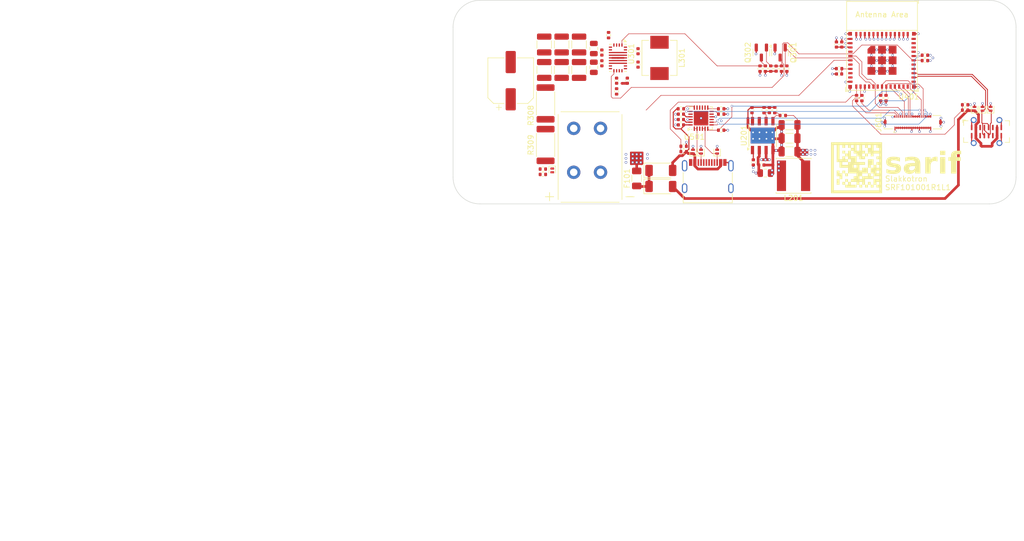
<source format=kicad_pcb>
(kicad_pcb (version 20240108) (generator "pcbnew") (generator_version "8.0")
  (layers (0 "F.Cu" signal) (1 "In1.Cu" signal) (2 "In2.Cu" signal) (3 "In3.Cu" signal) (4 "In4.Cu" signal) (31 "B.Cu" signal) (34 "B.Paste" user) (35 "F.Paste" user) (36 "B.SilkS" user "B.Silkscreen") (37 "F.SilkS" user "F.Silkscreen") (38 "B.Mask" user) (39 "F.Mask" user) (44 "Edge.Cuts" user))
  (net 0 "")
  (net 1 "GND")
  (net 2 "VBUS")
  (net 3 "/Interal powersupply/PH")
  (net 4 "/Interal powersupply/BOOT")
  (net 5 "VDD")
  (net 6 "/Interal powersupply/COMP")
  (net 7 "/Interal powersupply/SS")
  (net 8 "/Interal powersupply/VSENSE")
  (net 10 "/External powersupply/VCC")
  (net 13 "VOUT")
  (net 14 "/Microcontroller/EN")
  (net 17 "+2V7")
  (net 18 "+1V2")
  (net 21 "VSUPPLY")
  (net 23 "VPROG")
  (net 26 "/USB_CC1")
  (net 28 "/USB_CC2")
  (net 29 "/USB_D-")
  (net 34 "/USB_D+")
  (net 45 "/Microcontroller/USB_PD_INT")
  (net 46 "/Microcontroller/VSUPPLY_MEAS")
  (net 47 "/Microcontroller/VPROG_MEAS")
  (net 49 "/Microcontroller/VOUT_MEAS")
  (net 50 "/USB PD Controller/ADDR1")
  (net 51 "/USB PD Controller/ADDR0")
  (net 53 "/Microcontroller/USB_PD_RESET")
  (net 56 "/VBUS_UNPROTECTED")
  (net 57 "/External powersupply/SW1")
  (net 58 "/External powersupply/BOOT1")
  (net 59 "/External powersupply/SW2")
  (net 60 "/External powersupply/BOOT2")
  (net 61 "/Display/EXT12")
  (net 62 "/Display/SCL")
  (net 63 "/External powersupply/~{EN}")
  (net 64 "/External powersupply/EN_UVLO")
  (net 65 "/External powersupply/EN")
  (net 67 "/Display/SDA")
  (net 68 "/External powersupply/COMP2")
  (net 69 "/External powersupply/COMP")
  (net 70 "/Display/EXT16")
  (net 71 "/External powersupply/~{INT}")
  (net 72 "/Display/EXT4")
  (net 73 "/External powersupply/VOUT_DIRECT")
  (net 74 "/USB PD Controller/VBUS_VS_DISCH")
  (net 75 "/External powersupply/FSW")
  (net 76 "/External powersupply/AGND")
  (net 77 "/Interal powersupply/AGND")
  (net 78 "/Display/EXT10")
  (net 79 "/Display/EXT18")
  (net 80 "/Display/EXT6")
  (net 81 "/External powersupply/VOUT_ISN")
  (footprint "Package_DFN_QFN:QFN-24-1EP_4x4mm_P0.5mm_EP2.7x2.7mm" (layer "F.Cu") (at 146.25 114 90)
    (property "Reference" "U501")
    (property "Value" "STUSB4500QTR")
  )
  (footprint "Resistor_SMD:R_0402_1005Metric" (layer "F.Cu") (at 176.25 110.25 -90)
    (property "Reference" "R409" (hide yes))
    (property "Value" "0Ohm")
  )
  (footprint "Resistor_SMD:R_0402_1005Metric" (layer "F.Cu") (at 188 102.25)
    (property "Reference" "R413" (hide yes))
    (property "Value" "10kOhm")
  )
  (footprint "Inductor_SMD:L_Vishay_IHLP-2525" (layer "F.Cu") (at 138.5 102.75 -90)
    (property "Reference" "L301")
    (property "Value" "IHLP2525CZER8R2M01")
  )
  (footprint "Resistor_SMD:R_0402_1005Metric" (layer "F.Cu") (at 159.25 104.75 -90)
    (property "Reference" "R302" (hide yes))
    (property "Value" "100kOhm")
  )
  (footprint "Connector_Hirose:Hirose_BM24_BM24-40DS-2-0.35V_2x20_P0.35mm_PowerPin2_Vertical" (layer "F.Cu") (at 185.75 114.75 90)
    (property "Reference" "J601")
    (property "Value" "BM24-40DS")
  )
  (footprint "Capacitor_SMD:C_0402_1005Metric" (layer "F.Cu") (at 134.5 104 -90)
    (property "Reference" "C312" (hide yes))
    (property "Value" "100nF 50V X7R")
  )
  (footprint "Connector_USB:USB_C_Receptacle_G-Switch_GT-USB-7051x" (layer "F.Cu") (at 199.5 116.5)
    (property "Reference" "J102" (hide yes))
    (property "Value" "GT-USB-7051A")
  )
  (footprint "Capacitor_SMD:C_1210_3225Metric" (layer "F.Cu") (at 117 105 90)
    (property "Reference" "C315" (hide yes))
    (property "Value" "22uF 25V X5S")
  )
  (footprint "Diode_SMD:D_SOD-882" (layer "F.Cu") (at 146.25 120.25 90)
    (property "Reference" "D103" (hide yes))
    (property "Value" "BDFN2A241V35")
  )
  (footprint "Capacitor_SMD:CP_Elec_8x6.9" (layer "F.Cu") (at 110.75 107 90)
    (property "Reference" "C316" (hide yes))
    (property "Value" "100uF 25V 24mOhm")
  )
  (footprint "Connector_USB:USB_C_Receptacle_G-Switch_GT-USB-7010ASV" (layer "F.Cu") (at 147.5 126)
    (property "Reference" "J101" (hide yes))
    (property "Value" "GT-USB-7010ASV")
  )
  (footprint "Capacitor_SMD:C_1210_3225Metric" (layer "F.Cu") (at 123.5 100.25 -90)
    (property "Reference" "C304" (hide yes))
    (property "Value" "22uF 25V X5S")
  )
  (footprint "Resistor_SMD:R_0402_1005Metric" (layer "F.Cu") (at 195.5 112.5)
    (property "Reference" "R406" (hide yes))
    (property "Value" "100kOhm")
  )
  (footprint "Resistor_SMD:R_0402_1005Metric" (layer "F.Cu") (at 161.5 113.5)
    (property "Reference" "R203" (hide yes))
    (property "Value" "100kOhm")
  )
  (footprint "project:Texas_RYQ0021A_VQFN-21_P0.5mm_EP5.0x3.0mm" (layer "F.Cu") (at 130.75 102.75 -90)
    (property "Reference" "U301")
    (property "Value" "TPS55289RYQR")
  )
  (footprint "NetTie:NetTie-2_SMD_Pad0.5mm" (layer "F.Cu") (at 155 114.5 90)
    (property "Reference" "NT201" (hide yes))
    (property "Value" "NetTie_2" (hide yes))
  )
  (footprint "Resistor_SMD:R_0402_1005Metric" (layer "F.Cu") (at 158 112.5 -90)
    (property "Reference" "R201" (hide yes))
    (property "Value" "2.43kOhm")
  )
  (footprint "Resistor_SMD:R_0402_1005Metric" (layer "F.Cu") (at 162.25 104.75 90)
    (property "Reference" "R301" (hide yes))
    (property "Value" "100kOhm")
  )
  (footprint "Fuse:Fuse_1206_3216Metric" (layer "F.Cu") (at 134.25 125.25 90)
    (property "Reference" "F101")
    (property "Value" "0501010.WR1")
  )
  (footprint "Capacitor_SMD:C_0402_1005Metric" (layer "F.Cu") (at 134.5 101.5 90)
    (property "Reference" "C308" (hide yes))
    (property "Value" "100nF 50V X7R")
  )
  (footprint "Resistor_SMD:R_0402_1005Metric" (layer "F.Cu") (at 158.25 104.75 -90)
    (property "Reference" "R304" (hide yes))
    (property "Value" "887kOhm")
  )
  (footprint "Resistor_SMD:R_0402_1005Metric" (layer "F.Cu") (at 161.25 104.75 90)
    (property "Reference" "R303" (hide yes))
    (property "Value" "100kOhm")
  )
  (footprint "Capacitor_SMD:C_1210_3225Metric" (layer "F.Cu") (at 120.25 100.25 -90)
    (property "Reference" "C305" (hide yes))
    (property "Value" "22uF 25V X5S")
  )
  (footprint "Diode_SMD:D_SOD-128" (layer "F.Cu") (at 138.75 126.75)
    (property "Reference" "D102" (hide yes))
    (property "Value" "PMEG3020EP,115")
  )
  (footprint "Resistor_SMD:R_0402_1005Metric" (layer "F.Cu") (at 157.25 104.75 90)
    (property "Reference" "R305" (hide yes))
    (property "Value" "100kOhm")
  )
  (footprint "project:MountingHole_3.2mm_M3" (layer "F.Cu") (at 200 125)
    (property "Reference" "H103" (hide yes))
    (property "Value" "M3 Mountinghole")
  )
  (footprint "Capacitor_SMD:C_0805_2012Metric" (layer "F.Cu") (at 158.25 124.25)
    (property "Reference" "C201" (hide yes))
    (property "Value" "10uF 35V X6S")
  )
  (footprint "Diode_SMD:D_SOD-882" (layer "F.Cu") (at 197.25 112.25 90)
    (property "Reference" "D109" (hide yes))
    (property "Value" "BDFN2A241V35")
  )
  (footprint "Diode_SMD:D_SOD-882" (layer "F.Cu") (at 200.25 112.25 90)
    (property "Reference" "D108" (hide yes))
    (property "Value" "Rclamp3311P-N")
  )
  (footprint "Package_TO_SOT_SMD:SOT-23" (layer "F.Cu") (at 157.5 101.75 -90)
    (property "Reference" "Q302")
    (property "Value" "2N7002")
  )
  (footprint "Capacitor_SMD:C_1210_3225Metric" (layer "F.Cu") (at 117 100.25 -90)
    (property "Reference" "C306" (hide yes))
    (property "Value" "22uF 25V X5S")
  )
  (footprint "Capacitor_SMD:C_0402_1005Metric" (layer "F.Cu") (at 157.5 122.75)
    (property "Reference" "C202" (hide yes))
    (property "Value" "100nF 50V X7R")
  )
  (footprint "PCM_Espressif:ESP32-C3-MINI-1" (layer "F.Cu") (at 180 100.5)
    (property "Reference" "U401")
    (property "Value" "ESP32-C3-MINI-1")
  )
  (footprint "Capacitor_SMD:C_0805_2012Metric" (layer "F.Cu") (at 126.25 104.5 90)
    (property "Reference" "C311" (hide yes))
    (property "Value" "10uF 35V X6S")
  )
  (footprint "Resistor_SMD:R_2512_6332Metric" (layer "F.Cu") (at 117.25 119 -90)
    (property "Reference" "R309")
    (property "Value" "0Ohm")
  )
  (footprint "Capacitor_SMD:C_1206_3216Metric" (layer "F.Cu") (at 162.75 117.75 180)
    (property "Reference" "C206" (hide yes))
    (property "Value" "100uF 10V X5R")
  )
  (footprint "project:MountingHole_3.2mm_M3" (layer "F.Cu") (at 200 97)
    (property "Reference" "H102" (hide yes))
    (property "Value" "M3 Mountinghole")
  )
  (footprint "Resistor_SMD:R_0402_1005Metric" (layer "F.Cu") (at 150 113.25 180)
    (property "Reference" "R503" (hide yes))
    (property "Value" "100kOhm")
  )
  (footprint "Diode_SMD:D_SOD-882" (layer "F.Cu") (at 198.75 112.25 90)
    (property "Reference" "D107" (hide yes))
    (property "Value" "Rclamp3311P-N")
  )
  (footprint "Resistor_SMD:R_0402_1005Metric" (layer "F.Cu") (at 150 116.25 180)
    (property "Reference" "R501" (hide yes))
    (property "Value" "100kOhm")
  )
  (footprint "Capacitor_SMD:C_0402_1005Metric" (layer "F.Cu") (at 142.5 113.25 180)
    (property "Reference" "C502" (hide yes))
    (property "Value" "10uF 10V X5R")
  )
  (footprint "project:MountingHole_3.2mm_M3" (layer "F.Cu") (at 105 125)
    (property "Reference" "H104" (hide yes))
    (property "Value" "M3 Mountinghole")
  )
  (footprint "NetTie:NetTie-2_SMD_Pad0.5mm" (layer "F.Cu") (at 132 107.5 180)
    (property "Reference" "NT301" (hide yes))
    (property "Value" "NetTie_2" (hide yes))
  )
  (footprint "project:MountingHole_3.2mm_M3" (layer "F.Cu") (at 105 97)
    (property "Reference" "H101" (hide yes))
    (property "Value" "M3 Mountinghole")
  )
  (footprint "Resistor_SMD:R_0402_1005Metric" (layer "F.Cu") (at 172 104.75 180)
    (property "Reference" "R401" (hide yes))
    (property "Value" "10kOhm")
  )
  (footprint "Package_SO:TI_SO-PowerPAD-8_ThermalVias" (layer "F.Cu") (at 157.75 117.25 90)
    (property "Reference" "U201")
    (property "Value" "TPS54336ADDA")
  )
  (footprint "Capacitor_SMD:C_1210_3225Metric" (layer "F.Cu") (at 120.25 105 90)
    (property "Reference" "C314" (hide yes))
    (property "Value" "22uF 25V X5S")
  )
  (footprint "Capacitor_SMD:C_0402_1005Metric" (layer "F.Cu") (at 127.75 101.75 -90)
    (property "Reference" "C302" (hide yes))
    (property "Value" "100nF 50V X7R")
  )
  (footprint "Capacitor_SMD:C_0805_2012Metric" (layer "F.Cu") (at 126.25 101 -90)
    (property "Reference" "C303" (hide yes))
    (property "Value" "10uF 35V X6S")
  )
  (footprint "Resistor_SMD:R_0402_1005Metric" (layer "F.Cu") (at 160 112.5 -90)
    (property "Reference" "R202" (hide yes))
    (property "Value" "32kOhm")
  )
  (footprint "Resistor_SMD:R_0402_1005Metric" (layer "F.Cu") (at 188 103.25)
    (property "Reference" "R412" (hide yes))
    (property "Value" "10kOhm")
  )
  (footprint "Capacitor_SMD:C_0402_1005Metric" (layer "F.Cu") (at 171.5 100.25 90)
    (property "Reference" "C402" (hide yes))
    (property "Value" "10uF 10V X5R")
  )
  (footprint "Capacitor_SMD:C_1210_3225Metric" (layer "F.Cu") (at 123.5 105 90)
    (property "Reference" "C313" (hide yes))
    (property "Value" "22uF 25V X5S")
  )
  (footprint "Diode_SMD:D_SOD-882" (layer "F.Cu") (at 144.75 120.25 90)
    (property "Reference" "D105" (hide yes))
    (property "Value" "BDFN2A241V35")
  )
  (footprint "Capacitor_SMD:C_0402_1005Metric" (layer "F.Cu") (at 142.5 114.25 180)
    (property "Reference" "C501" (hide yes))
    (property "Value" "10uF 10V X5R")
  )
  (footprint "Resistor_SMD:R_0402_1005Metric" (layer "F.Cu") (at 143 120.25)
    (property "Reference" "R404" (hide yes))
    (property "Value" "887kOhm")
  )
  (footprint "Resistor_SMD:R_2512_6332Metric" (layer "F.Cu") (at 117.25 111.25 -90)
    (property "Reference" "R308")
    (property "Value" "20mOhm 1%")
  )
  (footprint "Capacitor_SMD:C_1206_3216Metric" (layer "F.Cu") (at 162.75 120.25 180)
    (property "Reference" "C207" (hide yes))
    (property "Value" "100uF 10V X5R")
  )
  (footprint "Resistor_SMD:R_0402_1005Metric" (layer "F.Cu") (at 150 112.25 180)
    (property "Reference" "R504" (hide yes))
    (property "Value" "100kOhm")
  )
  (footprint "Capacitor_SMD:C_0402_1005Metric" (layer "F.Cu") (at 132.5 107 -90)
    (property "Reference" "C307" (hide yes))
    (property "Value" "10uF 10V X5R")
  )
  (footprint "Resistor_SMD:R_0402_1005Metric" (layer "F.Cu") (at 143 119.25 180)
    (property "Reference" "R405" (hide yes))
    (property "Value" "100kOhm")
  )
  (footprint "Capacitor_SMD:C_0402_1005Metric" (layer "F.Cu") (at 142.5 115.25 180)
    (property "Reference" "C503" (hide yes))
    (property "Value" "100nF 50V X7R")
  )
  (footprint "Capacitor_SMD:C_0402_1005Metric" (layer "F.Cu") (at 160.25 104.75 90)
    (property "Reference" "C301" (hide yes))
    (property "Value" "100nF 50V X7R")
  )
  (footprint "Capacitor_SMD:C_0402_1005Metric" (layer "F.Cu") (at 127.75 103.75 90)
    (property "Reference" "C310" (hide yes))
    (property "Value" "100nF 50V X7R")
  )
  (footprint "Capacitor_SMD:C_0402_1005Metric" (layer "F.Cu") (at 155.75 112.5 90)
    (property "Reference" "C203" (hide yes))
    (property "Value" "10nF 50V X7R")
  )
  (footprint "Diode_SMD:D_SOD-128" (layer "F.Cu") (at 138.75 123.75)
    (property "Reference" "D101" (hide yes))
    (property "Value" "PMEG3020EP,115")
  )
  (footprint "Capacitor_SMD:C_0402_1005Metric" (layer "F.Cu") (at 172 105.75)
    (property "Reference" "C401" (hide yes))
    (property "Value" "100nF 50V X7R")
  )
  (footprint "Resistor_SMD:R_0402_1005Metric" (layer "F.Cu") (at 142.5 112.25 180)
    (property "Reference" "R502" (hide yes))
    (property "Value" "2.43kOhm")
  )
  (footprint "Package_TO_SOT_SMD:SOT-23" (layer "F.Cu") (at 161 101.75 -90)
    (property "Reference" "Q301")
    (property "Value" "2N7002")
  )
  (footprint "project:WAGO-2604-1102" (layer "F.Cu") (at 125 120)
    (property "Reference" "J103" (hide yes))
    (property "Value" "2604-1102")
  )
  (footprint "Inductor_SMD:L_Sunlord_SWPA6045S" (layer "F.Cu") (at 163.5 124.75)
    (property "Reference" "L201")
    (property "Value" "SWPA6045S120MT")
  )
  (footprint "Capacitor_SMD:C_0402_1005Metric" (layer "F.Cu") (at 172.5 100.25 90)
    (property "Reference" "C403" (hide yes))
    (property "Value" "100nF 50V X7R")
  )
  (footprint "Diode_SMD:D_SOD-882" (layer "F.Cu") (at 118.5 123.75 -90)
    (property "Reference" "D106" (hide yes))
    (property "Value" "BDFN2A241V35")
  )
  (footprint "Diode_SMD:D_SOD-882" (layer "F.Cu") (at 149.25 120.25 90)
    (property "Reference" "D104" (hide yes))
    (property "Value" "BDFN2A241V35")
  )
  (footprint "Capacitor_SMD:C_0402_1005Metric" (layer "F.Cu") (at 159 112.5 90)
    (property "Reference" "C204" (hide yes))
    (property "Value" "390pF 50V X7R")
  )
  (footprint "Resistor_SMD:R_0402_1005Metric" (layer "F.Cu") (at 129 98.5 -90)
    (property "Reference" "R306" (hide yes))
    (property "Value" "48.7kOhm")
  )
  (footprint "Capacitor_SMD:C_0402_1005Metric" (layer "F.Cu") (at 130.5 107 -90)
    (property "Reference" "C309" (hide yes))
    (property "Value" "3.3nF")
  )
  (footprint "Capacitor_SMD:C_1206_3216Metric" (layer "F.Cu") (at 162.75 115.25 180)
    (property "Reference" "C208" (hide yes))
    (property "Value" "100uF 10V X5R")
  )
  (footprint "Capacitor_SMD:C_0402_1005Metric" (layer "F.Cu") (at 156 122.25 -90)
    (property "Reference" "C205" (hide yes))
    (property "Value" "100nF 50V X7R")
  )
  (footprint "Resistor_SMD:R_0402_1005Metric" (layer "F.Cu") (at 195.5 111.5 180)
    (property "Reference" "R407" (hide yes))
    (property "Value" "100kOhm")
  )
  (footprint "Resistor_SMD:R_0402_1005Metric" (layer "F.Cu") (at 175.25 110.25 90)
    (property "Reference" "R408" (hide yes))
    (property "Value" "0Ohm")
  )
  (footprint "Resistor_SMD:R_0402_1005Metric" (layer "F.Cu") (at 179.75 110.25 -90)
    (property "Reference" "R410" (hide yes))
    (property "Value" "10kOhm")
  )
  (footprint "Resistor_SMD:R_0402_1005Metric" (layer "F.Cu") (at 130.5 109 90)
    (property "Reference" "R307" (hide yes))
    (property "Value" "32kOhm")
  )
  (footprint "Resistor_SMD:R_0402_1005Metric" (layer "F.Cu") (at 180.75 110.25 -90)
    (property "Reference" "R411" (hide yes))
    (property "Value" "10kOhm")
  )
  (footprint "Resistor_SMD:R_0402_1005Metric" (layer "F.Cu") (at 116.75 123.5)
    (property "Reference" "R402" (hide yes))
    (property "Value" "887kOhm")
  )
  (footprint "Resistor_SMD:R_0402_1005Metric" (layer "F.Cu") (at 116.75 124.5 180)
    (property "Reference" "R403" (hide yes))
    (property "Value" "100kOhm")
  )
  (gr_poly (pts (xy 173.6625 125.895833) (xy 173.133333 125.895833) (xy 173.133333 125.366666) (xy 173.6625 125.366666)) (stroke (width -0.000001)) (fill solid) (layer "F.SilkS"))
  (gr_poly (pts (xy 177.895833 126.425) (xy 177.366666 126.425) (xy 177.366666 125.895833) (xy 177.895833 125.895833)) (stroke (width -0.000001)) (fill solid) (layer "F.SilkS"))
  (gr_poly (pts (xy 177.366666 126.954166) (xy 176.837499 126.954166) (xy 176.837499 126.425) (xy 177.366666 126.425)) (stroke (width -0.000001)) (fill solid) (layer "F.SilkS"))
  (gr_poly (pts (xy 173.133333 124.308333) (xy 172.604167 124.308333) (xy 172.604167 123.779167) (xy 173.133333 123.779167)) (stroke (width -0.000001)) (fill solid) (layer "F.SilkS"))
  (gr_poly (pts (xy 180.0125 128.0125) (xy 170.4875 128.0125) (xy 170.4875 119.016667) (xy 171.016667 119.016667) (xy 171.016667 127.483332) (xy 179.483332 127.483332) (xy 179.483332 126.954166) (xy 178.954166 126.954166) (xy 178.954166 126.425) (xy 178.425 126.425) (xy 178.425 125.895833) (xy 178.954166 125.895833) (xy 178.954166 126.425) (xy 179.483332 126.425) (xy 179.483332 125.895833) (xy 178.954166 125.895833) (xy 178.425 125.895833) (xy 178.425 125.366666) (xy 176.837499 125.366666) (xy 176.837499 126.425) (xy 176.308333 126.425) (xy 176.308333 125.895833) (xy 175.779167 125.895833) (xy 175.779167 126.425) (xy 175.25 126.425) (xy 175.25 125.895833) (xy 174.191666 125.895833) (xy 174.191666 125.366666) (xy 174.720833 125.366666) (xy 174.720833 124.837499) (xy 175.25 124.837499) (xy 175.779167 124.837499) (xy 175.779167 125.366666) (xy 176.308333 125.366666) (xy 176.308333 124.837499) (xy 175.779167 124.837499) (xy 175.25 124.837499) (xy 175.25 124.308333) (xy 176.308333 124.308333) (xy 176.308333 124.837499) (xy 177.366666 124.837499) (xy 177.366666 124.308333) (xy 176.308333 124.308333) (xy 175.25 124.308333) (xy 173.6625 124.308333) (xy 173.6625 123.25) (xy 172.075 123.25) (xy 172.075 122.191666) (xy 172.604167 122.191666) (xy 172.604167 122.720833) (xy 173.6625 122.720833) (xy 174.720833 122.720833) (xy 174.720833 123.25) (xy 175.25 123.25) (xy 175.25 122.720833) (xy 174.720833 122.720833) (xy 173.6625 122.720833) (xy 173.6625 122.191666) (xy 172.604167 122.191666) (xy 172.075 122.191666) (xy 171.545833 122.191666) (xy 171.545833 119.016667) (xy 172.075 119.016667) (xy 172.075 121.6625) (xy 172.604167 121.6625) (xy 172.604167 121.133333) (xy 173.133333 121.133333) (xy 173.133333 121.6625) (xy 173.6625 121.6625) (xy 173.6625 122.191666) (xy 174.191666 122.191666) (xy 175.25 122.191666) (xy 176.837499 122.191666) (xy 176.837499 122.720833) (xy 175.779167 122.720833) (xy 175.779167 123.779167) (xy 176.308333 123.779167) (xy 176.308333 123.25) (xy 177.366666 123.25) (xy 177.366666 124.308333) (xy 177.895833 124.308333) (xy 177.895833 124.837499) (xy 178.425 124.837499) (xy 178.425 125.366666) (xy 179.483332 125.366666) (xy 179.483332 124.837499) (xy 178.425 124.837499) (xy 178.425 124.308333) (xy 177.895833 124.308333) (xy 177.895833 123.779167) (xy 178.954166 123.779167) (xy 178.954166 124.308333) (xy 179.483332 124.308333) (xy 179.483332 123.779167) (xy 178.954166 123.779167) (xy 177.895833 123.779167) (xy 177.895833 123.25) (xy 178.425 123.25) (xy 178.425 122.720833) (xy 178.954166 122.720833) (xy 178.954166 123.25) (xy 179.483332 123.25) (xy 179.483332 122.720833) (xy 178.954166 122.720833) (xy 178.954166 122.191666) (xy 179.483332 122.191666) (xy 179.483332 121.6625) (xy 178.954166 121.6625) (xy 178.954166 121.133333) (xy 179.483332 121.133333) (xy 179.483332 120.604167) (xy 178.425 120.604167) (xy 178.425 121.133333) (xy 177.895833 121.133333) (xy 177.895833 120.604167) (xy 177.366666 120.604167) (xy 177.366666 121.133333) (xy 176.837499 121.133333) (xy 176.837499 121.6625) (xy 175.779167 121.6625) (xy 175.779167 121.133333) (xy 175.25 121.133333) (xy 175.25 122.191666) (xy 174.191666 122.191666) (xy 174.191666 121.6625) (xy 173.6625 121.6625) (xy 173.6625 121.133333) (xy 173.133333 121.133333) (xy 173.133333 120.604167) (xy 173.6625 120.604167) (xy 173.6625 120.075) (xy 174.191666 120.075) (xy 174.191666 121.133333) (xy 175.25 121.133333) (xy 175.25 120.604167) (xy 176.308333 120.604167) (xy 176.308333 121.133333) (xy 176.837499 121.133333) (xy 176.837499 120.604167) (xy 176.308333 120.604167) (xy 175.25 120.604167) (xy 174.720833 120.604167) (xy 174.720833 120.075) (xy 174.191666 120.075) (xy 174.191666 119.545833) (xy 173.6625 119.545833) (xy 173.6625 119.016667) (xy 174.191666 119.016667) (xy 174.191666 119.545833) (xy 174.720833 119.545833) (xy 174.720833 119.016667) (xy 175.25 119.016667) (xy 175.25 120.075) (xy 175.779167 120.075) (xy 175.779167 119.016667) (xy 176.308333 119.016667) (xy 176.308333 120.075) (xy 176.837499 120.075) (xy 176.837499 120.604167) (xy 177.366666 120.604167) (xy 177.366666 119.545833) (xy 176.837499 119.545833) (xy 176.837499 119.016667) (xy 177.366666 119.016667) (xy 177.366666 119.545833) (xy 177.895833 119.545833) (xy 177.895833 119.016667) (xy 178.425 119.016667) (xy 178.425 120.075) (xy 179.483332 120.075) (xy 179.483332 119.545833) (xy 178.954166 119.545833) (xy 178.954166 119.016667) (xy 178.425 119.016667) (xy 177.895833 119.016667) (xy 177.366666 119.016667) (xy 176.837499 119.016667) (xy 176.308333 119.016667) (xy 175.779167 119.016667) (xy 175.25 119.016667) (xy 174.720833 119.016667) (xy 174.191666 119.016667) (xy 173.6625 119.016667) (xy 173.133333 119.016667) (xy 173.133333 119.545833) (xy 172.604167 119.545833) (xy 172.604167 119.016667) (xy 172.075 119.016667) (xy 171.545833 119.016667) (xy 171.016667 119.016667) (xy 170.4875 119.016667) (xy 170.4875 118.4875) (xy 180.0125 118.4875)) (stroke (width -0.000001)) (fill solid) (layer "F.SilkS"))
  (gr_poly (pts (xy 178.425 122.720833) (xy 177.895833 122.720833) (xy 177.895833 123.25) (xy 177.366666 123.25) (xy 177.366666 121.6625) (xy 178.425 121.6625)) (stroke (width -0.000001)) (fill solid) (layer "F.SilkS"))
  (gr_poly (pts (xy 178.425 126.954166) (xy 177.895833 126.954166) (xy 177.895833 126.425) (xy 178.425 126.425)) (stroke (width -0.000001)) (fill solid) (layer "F.SilkS"))
  (gr_poly (pts (xy 176.308333 126.954166) (xy 175.779167 126.954166) (xy 175.779167 126.425) (xy 176.308333 126.425)) (stroke (width -0.000001)) (fill solid) (layer "F.SilkS"))
  (gr_poly (pts (xy 173.133333 126.425) (xy 172.604167 126.425) (xy 172.604167 125.895833) (xy 173.133333 125.895833)) (stroke (width -0.000001)) (fill solid) (layer "F.SilkS"))
  (gr_poly (pts (xy 174.191666 126.425) (xy 175.25 126.425) (xy 175.25 126.954166) (xy 173.133333 126.954166) (xy 173.133333 126.425) (xy 173.6625 126.425) (xy 173.6625 125.895833) (xy 174.191666 125.895833)) (stroke (width -0.000001)) (fill solid) (layer "F.SilkS"))
  (gr_poly (pts (xy 172.075 126.425) (xy 171.545833 126.425) (xy 171.545833 125.366666) (xy 172.075 125.366666)) (stroke (width -0.000001)) (fill solid) (layer "F.SilkS"))
  (gr_poly (pts (xy 172.075 124.308333) (xy 172.604167 124.308333) (xy 172.604167 125.366666) (xy 172.075 125.366666) (xy 172.075 124.837499) (xy 171.545833 124.837499) (xy 171.545833 123.779167) (xy 172.075 123.779167)) (stroke (width -0.000001)) (fill solid) (layer "F.SilkS"))
  (gr_poly (pts (xy 173.133333 120.604167) (xy 172.604167 120.604167) (xy 172.604167 120.075) (xy 173.133333 120.075)) (stroke (width -0.000001)) (fill solid) (layer "F.SilkS"))
  (gr_poly (pts (xy 173.6625 124.837499) (xy 173.133333 124.837499) (xy 173.133333 124.308333) (xy 173.6625 124.308333)) (stroke (width -0.000001)) (fill solid) (layer "F.SilkS"))
  (gr_arc (start 205 125) (mid 203.535534 128.535534) (end 200 130) (stroke (width 0.1)) (layer "Edge.Cuts"))
  (gr_line (start 205 97) (end 205 125) (stroke (width 0.1)) (layer "Edge.Cuts"))
  (gr_arc (start 100 97) (mid 101.464466 93.464466) (end 105 92) (stroke (width 0.1)) (layer "Edge.Cuts"))
  (gr_line (start 200 130) (end 105 130) (stroke (width 0.1)) (layer "Edge.Cuts"))
  (gr_line (start 105 92) (end 200 92) (stroke (width 0.1)) (layer "Edge.Cuts"))
  (gr_arc (start 105 130) (mid 101.464466 128.535534) (end 100 125) (stroke (width 0.1)) (layer "Edge.Cuts"))
  (gr_line (start 100 125) (end 100 97) (stroke (width 0.1)) (layer "Edge.Cuts"))
  (gr_arc (start 200 92) (mid 203.535534 93.464466) (end 205 97) (stroke (width 0.1)) (layer "Edge.Cuts"))
  (gr_text "+" (at 118 128.5 0) (layer "F.SilkS") (effects (font (size 2 2)) (justify mirror)))
  (gr_text "sarif" (at 180.4875 125.0125 0) (layer "F.SilkS") (effects (font (size 4 4)) (justify left bottom)))
  (gr_text "-" (at 133 128.5 0) (layer "F.SilkS") (effects (font (size 2 2)) (justify mirror)))
  (gr_text "Slakkotron\nSRF101001R1L1" (at 180.4875 127.5125 0) (layer "F.SilkS") (effects (font (size 1 1)) (justify left bottom)))
  (segment (start 188.025 113.25936) (end 188.045 113.23936) (width 0.2) (layer "F.Cu") (net 1))
  (segment (start 181.975 104.225) (end 182 104.25) (width 0.2) (layer "F.Cu") (net 1))
  (segment (start 160.05 101.95) (end 160 102) (width 0.2) (layer "F.Cu") (net 1))
  (segment (start 180 103.2) (end 180.95 103.2) (width 0.2) (layer "F.Cu") (net 1))
  (segment (start 196.72 114.73) (end 197.1 114.35) (width 0.2) (layer "F.Cu") (net 1))
  (segment (start 178.975 101.225) (end 179 101.25) (width 0.2) (layer "F.Cu") (net 1))
  (segment (start 196.72 115.74) (end 196.72 114.73) (width 0.2) (layer "F.Cu") (net 1))
  (segment (start 179.2 98.3) (end 179.2 99.2) (width 0.2) (layer "F.Cu") (net 1))
  (segment (start 159.655 120.03) (end 159.65 120.035) (width 0.5) (layer "F.Cu") (net 1))
  (segment (start 176 98.3) (end 176 99.25) (width 0.2) (layer "F.Cu") (net 1))
  (segment (start 182.06 113.69) (end 182 113.75) (width 0.2) (layer "F.Cu") (net 1))
  (segment (start 174.05 98.25) (end 173.25 98.25) (width 0.2) (layer "F.Cu") (net 1))
  (segment (start 161.055 120.03) (end 159.655 120.03) (width 0.5) (layer "F.Cu") (net 1))
  (segment (start 175.2 98.3) (end 175.2 99.2) (width 0.2) (layer "F.Cu") (net 1))
  (segment (start 142.02 114.25) (end 141.5 114.25) (width 0.2) (layer "F.Cu") (net 1))
  (segment (start 180 105.175) (end 180 104.25) (width 0.2) (layer "F.Cu") (net 1))
  (segment (start 176.8 99.05) (end 177 99.25) (width 0.2) (layer "F.Cu") (net 1))
  (segment (start 200.25 111.9) (end 200.25 111.25) (width 0.2) (layer "F.Cu") (net 1))
  (segment (start 186.975 115.81) (end 187.325 115.81) (width 0.2) (layer "F.Cu") (net 1))
  (segment (start 178.025 103.2) (end 178.025 102.275) (width 0.2) (layer "F.Cu") (net 1))
  (segment (start 185.575 113.231416) (end 185.595 113.211416) (width 0.2) (layer "F.Cu") (net 1))
  (segment (start 180.595 114.095) (end 180.5 114) (width 0.2) (layer "F.Cu") (net 1))
  (segment (start 156.55 101.95) (end 156.5 102) (width 0.2) (layer "F.Cu") (net 1))
  (segment (start 185.95 98.25) (end 186.75 98.25) (width 0.2) (layer "F.Cu") (net 1))
  (segment (start 189.075 115.81) (end 189.075 116.425) (width 0.2) (layer "F.Cu") (net 1))
  (segment (start 189.075 113.325) (end 189 113.25) (width 0.2) (layer "F.Cu") (net 1))
  (segment (start 188.025 113.69) (end 188.375 113.69) (width 0.2) (layer "F.Cu") (net 1))
  (segment (start 186.975 113.25936) (end 186.955 113.23936) (width 0.2) (layer "F.Cu") (net 1))
  (segment (start 174.1 100) (end 173.25 100) (width 0.2) (layer "F.Cu") (net 1))
  (segment (start 161.275 120.25) (end 161.055 120.03) (width 0.5) (layer "F.Cu") (net 1))
  (segment (start 197.25 111.9) (end 197.25 111.25) (width 0.2) (layer "F.Cu") (net 1))
  (segment (start 182.4 99.1) (end 182.25 99.25) (width 0.2) (layer "F.Cu") (net 1))
  (segment (start 202.25 115.74) (end 202.25 114.7) (width 0.2) (layer "F.Cu") (net 1))
  (segment (start 185.95 108.15) (end 186.65 108.15) (width 0.2) (layer "F.Cu") (net 1))
  (segment (start 188.375 113.69) (end 188.725 113.69) (width 0.2) (layer "F.Cu") (net 1))
  (segment (start 159.65 124.35) (end 159.5 124.5) (width 0.5) (layer "F.Cu") (net 1))
  (segment (start 178.025 101.225) (end 178.975 101.225) (width 0.2) (layer "F.Cu") (net 1))
  (segment (start 172.5 99.77) (end 172.5 99) (width 0.2) (layer "F.Cu") (net 1))
  (segment (start 181.975 105.175) (end 181.975 104.275) (width 0.2) (layer "F.Cu") (net 1))
  (segment (start 180.8 98.3) (end 180.8 99.2) (width 0.2) (layer "F.Cu") (net 1))
  (segment (start 180.95 103.2) (end 181 103.25) (width 0.2) (layer "F.Cu") (net 1))
  (segment (start 181.975 104.275) (end 182 104.25) (width 0.2) (layer "F.Cu") (net 1))
  (segment (start 150.51 113.25) (end 151.25 113.25) (width 0.2) (layer "F.Cu") (net 1))
  (segment (start 177.6 99.1) (end 177.75 99.25) (width 0.2) (layer "F.Cu") (net 1))
  (segment (start 182.425 115.81) (end 182.775 115.81) (width 0.2) (layer "F.Cu") (net 1))
  (segment (start 188.725 113.69) (end 189.075 113.69) (width 0.2) (layer "F.Cu") (net 1))
  (segment (start 196.72 117.26) (end 196.72 118.27) (width 0.2) (layer "F.Cu") (net 1))
  (segment (start 178.025 104.275) (end 178 104.25) (width 0.2) (layer "F.Cu") (net 1))
  (segment (start 150.51 116.25) (end 151.25 116.25) (width 0.2) (layer "F.Cu") (net 1))
  (segment (start 180.925 105.175) (end 181 105.25) (width 0.2) (layer "F.Cu") (net 1))
  (segment (start 178.025 103.2) (end 178.025 104.225) (width 0.2) (layer "F.Cu") (net 1))
  (segment (start 175.2 99.2) (end 175.25 99.25) (width 0.2) (layer "F.Cu") (net 1))
  (segment (start 202.25 114.7) (end 201.9 114.35) (width 0.2) (layer "F.Cu") (net 1))
  (segment (start 180 105.175) (end 180.925 105.175) (width 0.2) (layer "F.Cu") (net 1))
  (segment (start 144.2875 114.25) (end 143.75 114.25) (width 0.2) (layer "F.Cu") (net 1))
  (segment (start 181.6 98.3) (end 181.6 99.15) (width 0.2) (layer "F.Cu") (net 1))
  (segment (start 184.8 98.3) (end 184.8 99.2) (width 0.2) (layer "F.Cu") (net 1))
  (segment (start 178.4 98.3) (end 178.4 99.15) (width 0.2) (layer "F.Cu") (net 1))
  (segment (start 160.45 115.75) (end 159.55 116.65) (width 0.5) (layer "F.Cu") (net 1))
  (segment (start 174.1 107.2) (end 173.3 107.2) (width 0.2) (layer "F.Cu") (net 1))
  (segment (start 178.025 104.225) (end 178 104.25) (width 0.2) (layer "F.Cu") (net 1))
  (segment (start 181.975 103.2) (end 181.975 102.275) (width 0.2) (layer "F.Cu") (net 1))
  (segment (start 188.375 115.81) (end 188.725 115.81) (width 0.2) (layer "F.Cu") (net 1))
  (segment (start 186.625 113.69) (end 186.975 113.69) (width 0.2) (layer "F.Cu") (net 1))
  (segment (start 174.05 108.95) (end 174 109) (width 0.2) (layer "F.Cu") (net 1))
  (segment (start 181.975 102.225) (end 182 102.25) (width 0.2) (layer "F.Cu") (net 1))
  (segment (start 160.05 100.8125) (end 160.05 101.95) (width 0.2) (layer "F.Cu") (net 1))
  (segment (start 178.4 99.15) (end 178.5 99.25) (width 0.2) (layer "F.Cu") (net 1))
  (segment (start 143.51 119.25) (end 143.51 118.51) (width 0.2) (layer "F.Cu") (net 1))
  (segment (start 184.875 115.81) (end 185.225 115.81) (width 0.2) (layer "F.Cu") (net 1))
  (segment (start 181.975 103.2) (end 181.05 103.2) (width 0.2) (layer "F.Cu") (net 1))
  (segment (start 184.525 113.69) (end 184.525 113.250948) (width 0.2) (layer "F.Cu") (net 1))
  (segment (start 181.6 99.15) (end 181.5 99.25) (width 0.2) (layer "F.Cu") (net 1))
  (segment (start 176.8 108.95) (end 176.75 109) (width 0.2) (layer "F.Cu") (net 1))
  (segment (start 184.8 99.2) (end 184.75 99.25) (width 0.2) (layer "F.Cu") (net 1))
  (segment (start 149.25 119.9) (end 149.25 119.25) (width 0.2) (layer "F.Cu") (net 1))
  (segment (start 178.95 103.2) (end 179 103.25) (width 0.2) (layer "F.Cu") (net 1))
  (segment (start 180.595 114.75) (end 180 114.75) (width 0.2) (layer "F.Cu") (net 1))
  (segment (start 179.025 101.225) (end 179 101.25) (width 0.2) (layer "F.Cu") (net 1))
  (segment (start 184 98.3) (end 184 99.25) (width 0.2) (layer "F.Cu") (net 1))
  (segment (start 186.275 115.81) (end 186.625 115.81) (width 0.2) (layer "F.Cu") (net 1))
  (segment (start 178.025 105.175) (end 178.025 104.275) (width 0.2) (layer "F.Cu") (net 1))
  (segment (start 157.98 122.75) (end 159.65 122.75) (width 0.5) (layer "F.Cu") (net 1))
  (segment (start 183.2 98.3) (end 183.2 99.2) (width 0.2) (layer "F.Cu") (net 1))
  (segment (start 182.425 113.69) (end 182.06 113.69) (width 0.2) (layer "F.Cu") (net 1))
  (segment (start 186.275 113.69) (end 186.625 113.69) (width 0.2) (layer "F.Cu") (net 1))
  (segment (start 180 103.2) (end 180 104.25) (width 0.2) (layer "F.Cu") (net 1))
  (segment (start 181.975 103.2) (end 181.975 104.225) (width 0.2) (layer "F.Cu") (net 1))
  (segment (start 183.825 115.81) (end 184.175 115.81) (width 0.2) (layer "F.Cu") (net 1))
  (segment (start 182.775 115.81) (end 183.125 115.81) (width 0.2) (layer "F.Cu") (net 1))
  (segment (start 186.65 108.15) (end 186.75 108.25) (width 0.2) (layer "F.Cu") (net 1))
  (segment (start 185.225 115.81) (end 185.575 115.81) (width 0.2) (layer "F.Cu") (net 1))
  (segment (start 142.02 113.25) (end 141.5 113.25) (width 0.2) (layer "F.Cu") (net 1))
  (segment (start 184.175 115.81) (end 184.525 115.81) (width 0.2) (layer "F.Cu") (net 1))
  (segment (start 158.525 116.6475) (end 159.6475 116.6475) (width 0.2) (layer "F.Cu") (net 1))
  (segment (start 189.075 116.425) (end 189 116.5) (width 0.2) (layer "F.Cu") (net 1))
  (segment (start 186.625 115.81) (end 186.975 115.81) (width 0.2) (layer "F.Cu") (net 1))
  (segment (start 182.425 116.425) (end 182.5 116.5) (width 0.2) (layer "F.Cu") (net 1))
  (segment (start 171.52 105.75) (end 170.75 105.75) (width 0.2) (layer "F.Cu") (net 1))
  (segment (start 189.075 113.69) (end 189.075 113.325) (width 0.2) (layer "F.Cu") (net 1))
  (segment (start 143.51 118.51) (end 143.5 118.5) (width 0.2) (layer "F.Cu") (net 1))
  (segment (start 181.025 101.225) (end 181 101.25) (width 0.2) (layer "F.Cu") (net 1))
  (segment (start 155.95 116.65) (end 155 115.7) (width 0.5) (layer "F.Cu") (net 1))
  (segment (start 150.7 122.275) (end 151.22 122.275) (width 0.2) (layer "F.Cu") (net 1))
  (segment (start 157.25 105.26) (end 157.25 106) (width 0.2) (layer "F.Cu") (net 1))
  (segment (start 178.025 105.175) (end 178.925 105.175) (width 0.2) (layer "F.Cu") (net 1))
  (segment (start 198.75 111.9) (end 198.75 111.25) (width 0.2) (layer "F.Cu") (net 1))
  (segment (start 179.075 105.175) (end 179 105.25) (width 0.2) (layer "F.Cu") (net 1))
  (segment (start 159.65 120.035) (end 159.65 122.75) (width 0.5) (layer "F.Cu") (net 1))
  (segment (start 144.75 119.9) (end 144.75 119.25) (width 0.2) (layer "F.Cu") (net 1))
  (segment (start 187.325 115.81) (end 187.675 115.81) (width 0.2) (layer "F.Cu") (net 1))
  (segment (start 159.65 122.75) (end 159.65 124.35) (width 0.5) (layer "F.Cu") (net 1))
  (segment (start 184.525 115.81) (end 184.875 115.81) (width 0.2) (layer "F.Cu") (net 1))
  (segment (start 185.575 115.81) (end 185.575 116.425) (width 0.2) (layer "F.Cu") (net 1))
  (segment (start 160.775 115.75) (end 160.45 115.75) (width 0.5) (layer "F.Cu") (net 1))
  (segment (start 177.6 98.3) (end 177.6 99.1) (width 0.2) (layer "F.Cu") (net 1))
  (segment (start 178.025 102.275) (end 178 102.25) (width 0.2) (layer "F.Cu") (net 1))
  (segment (start 179.05 103.2) (end 179 103.25) (width 0.2) (layer "F.Cu") (net 1))
  (segment (start 142.02 115.25) (end 141.5 115.25) (width 0.2) (layer "F.Cu") (net 1))
  (segment (start 148.2125 113.75) (end 149 113.75) (width 0.2) (layer "F.Cu") (net 1))
  (segment (start 188.025 113.69) (end 188.025 113.25936) (width 0.2) (layer "F.Cu") (net 1))
  (segment (start 178.925 105.175) (end 179 105.25) (width 0.2) (layer "F.Cu") (net 1))
  (segment (start 183.475 113.69) (end 183.475 113.228643) (width 0.2) (layer "F.Cu") (net 1))
  (segment (start 159.655 117.955) (end 159.55 117.85) (width 0.5) (layer "F.Cu") (net 1))
  (segment (start 161.175 117.85) (end 161.275 117.75) (width 0.5) (layer "F.Cu") (net 1))
  (segment (start 150.51 112.25) (end 151.25 112.25) (width 0.2) (layer "F.Cu") (net 1))
  (segment (start 161.275 117.75) (end 161.275 115.25) (width 0.5) (layer "F.Cu") (net 1))
  (segment (start 180 98.3) (end 180 99.25) (width 0.2) (layer "F.Cu") (net 1))
  (segment (start 185.925 115.81) (end 186.275 115.81) (width 0.2) (layer "F.Cu") (net 1))
  (segment (start 183.125 115.81) (end 183.475 115.81) (width 0.2) (layer "F.Cu") (net 1))
  (segment (start 185.575 113.69) (end 185.925 113.69) (width 0.2) (layer "F.Cu") (net 1))
  (segment (start 181.975 101.225) (end 181.975 102.225) (width 0.2) (layer "F.Cu") (net 1))
  (segment (start 161.25 105.26) (end 161.25 106) (width 0.2) (layer "F.Cu") (net 1))
  (segment (start 181.975 105.175) (end 181.075 105.175) (width 0.2) (layer "F.Cu") (net 1))
  (segment (start 186.975 116.475) (end 187 116.5) (width 0.2) (layer "F.Cu") (net 1))
  (segment (start 180 101.225) (end 180.975 101.225) (width 0.2) (layer "F.Cu") (net 1))
  (segment (start 162.25 105.26) (end 162.25 106) (width 0.2) (layer "F.Cu") (net 1))
  (segment (start 181.05 103.2) (end 181 103.25) (width 0.2) (layer "F.Cu") (net 1))
  (segment (start 159.655 119.95) (end 159.655 117.955) (width 0.5) (layer "F.Cu") (net 1))
  (segment (start 188.025 115.81) (end 188.375 115.81) (width 0.2) (layer "F.Cu") (net 1))
  (segment (start 196.72 118.27) (end 197.1 118.65) (width 0.2) (layer "F.Cu") (net 1))
  (segment (start 202.25 118.3) (end 201.9 118.65) (width 0.2) (layer "F.Cu") (net 1))
  (segment (start 155 115.7) (end 155 115) (width 0.5) (layer "F.Cu") (net 1))
  (segment (start 186.975 115.81) (end 186.975 116.475) (width 0.2) (layer "F.Cu") (net 1))
  (segment (start 180 103.2) (end 179.05 103.2) (width 0.2) (layer "F.Cu") (net 1))
  (segment (start 185.925 113.69) (end 186.275 113.69) (width 0.2) (layer "F.Cu") (net 1))
  (segment (start 176.8 98.3) (end 176.8 99.05) (width 0.2) (layer "F.Cu") (net 1))
  (segment (start 171.5 99.77) (end 171.5 99) (width 0.2) (layer "F.Cu") (net 1))
  (segment (start 179.2 99.2) (end 179.25 99.25) (width 0.2) (layer "F.Cu") (net 1))
  (segment (start 180.975 101.225) (end 181 101.25) (width 0.2) (layer "F.Cu") (net 1))
  (segment (start 202.25 117.26) (end 202.25 118.3) (width 0.2) (layer "F.Cu") (net 1))
  (segment (start 185.575 116.425) (end 185.5 116.5) (width 0.2) (layer "F.Cu") (net 1))
  (segment (start 178.025 101.225) (end 178.025 102.225) (width 0.2) (layer "F.Cu") (net 1))
  (segment (start 189.075 115.81) (end 188.725 115.81) (width 0.2) (layer "F.Cu") (net 1))
  (segment (start 181.975 102.275) (end 182 102.25) (width 0.2) (layer "F.Cu") (net 1))
  (segment (start 173.3 107.2) (end 173.25 107.25) (width 0.2) (layer "F.Cu") (net 1))
  (segment (start 161.275 120.25) (end 161.275 117.75) (width 0.5) (layer "F.Cu") (net 1))
  (segment (start 186.975 113.69) (end 186.975 113.25936) (width 0.2) (layer "F.Cu") (net 1))
  (segment (start 196.01 111.5) (end 196.5 111.5) (width 0.2) (layer "F.Cu") (net 1))
  (segment (start 184.525 113.250948) (end 184.544043 113.231905) (width 0.2) (layer "F.Cu") (net 1))
  (segment (start 178.025 103.2) (end 178.95 103.2) (width 0.2) (layer "F.Cu") (net 1))
  (segment (start 185.575 113.69) (end 185.575 113.231416) (width 0.2) (layer "F.Cu") (net 1))
  (segment (start 182.4 98.3) (end 182.4 99.1) (width 0.2) (layer "F.Cu") (net 1))
  (segment (start 161.275 115.25) (end 160.775 115.75) (width 0.5) (layer "F.Cu") (net 1))
  (segment (start 156.55 100.8125) (end 156.55 101.95) (width 0.2) (layer "F.Cu") (net 1))
  (segment (start 174.1 99.2) (end 173.3 99.2) (width 0.2) (layer "F.Cu") (net 1))
  (segment (start 185.575 115.81) (end 185.925 115.81) (width 0.2) (layer "F.Cu") (net 1))
  (segment (start 183.475 115.81) (end 183.825 115.81) (width 0.2) (layer "F.Cu") (net 1))
  (segment (start 174.05 108.15) (end 174.05 108.95) (width 0.2) (layer "F.Cu") (net 1))
  (segment (start 181.975 101.225) (end 181.025 101.225) (width 0.2) (layer "F.Cu") (net 1))
  (segment (start 182.425 115.81) (end 182.425 116.425) (width 0.2) (layer "F.Cu") (net 1))
  (segment (start 180.8 99.2) (end 180.75 99.25) (width 0.2) (layer "F.Cu") (net 1))
  (segment (start 180.595 114.75) (end 180.595 115.405) (width 0.2) (layer "F.Cu") (net 1))
  (segment (start 180.595 114.75) (end 180.595 114.095) (width 0.2) (layer "F.Cu") (net 1))
  (segment (start 180 105.175) (end 179.075 105.175) (width 0.2) (layer "F.Cu") (net 1))
  (segment (start 181.075 105.175) (end 181 105.25) (width 0.2) (layer "F.Cu") (net 1))
  (segment (start 180 101.225) (end 180 102.25) (width 0.2) (layer "F.Cu") (net 1))
  (segment (start 180 101.225) (end 179.025 101.225) (width 0.2) (layer "F.Cu") (net 1))
  (segment (start 173.3 99.2) (end 173.25 99.25) (width 0.2) (layer "F.Cu") (net 1))
  (segment (start 180 103.2) (end 180 102.25) (width 0.2) (layer "F.Cu") (net 1))
  (segment (start 180.595 115.405) (end 180.5 115.5) (width 0.2) (layer "F.Cu") (net 1))
  (segment (start 178.025 102.225) (end 178 102.25) (width 0.2) (layer "F.Cu") (net 1))
  (segment (start 146.25 119.9) (end 146.25 119.25) (width 0.2) (layer "F.Cu") (net 1))
  (segment (start 187.675 115.81) (end 188.025 115.81) (width 0.2) (layer "F.Cu") (net 1))
  (segment (start 183.475 113.228643) (end 183.45599 113.209633) (width 0.2) (layer "F.Cu") (net 1))
  (segment (start 151.22 122.275) (end 151.82 122.875) (width 0.2) (layer "F.Cu") (net 1))
  (segment (start 159.55 117.85) (end 161.175 117.85) (width 0.5) (layer "F.Cu") (net 1))
  (segment (start 183.2 99.2) (end 183.25 99.25) (width 0.2) (layer "F.Cu") (net 1))
  (segment (start 176.8 108.1) (end 176.8 108.95) (width 0.2) (layer "F.Cu") (net 1))
  (via (at 179 103.25) (size 0.45) (drill 0.3) (layers "F.Cu" "B.Cu") (net 1))
  (via (at 150 114.5) (size 0.45) (drill 0.3) (layers "F.Cu" "B.Cu") (net 1))
  (via (at 151.25 116.25) (size 0.45) (drill 0.3) (layers "F.Cu" "B.Cu") (net 1))
  (via (at 159.5 124.5) (size 0.45) (drill 0.3) (layers "F.Cu" "B.Cu") (net 1))
  (via (at 178 102.25) (size 0.45) (drill 0.3) (layers "F.Cu" "B.Cu") (net 1))
  (via (at 176.75 109) (size 0.45) (drill 0.3) (layers "F.Cu" "B.Cu") (net 1))
  (via (at 185.5 116.5) (size 0.45) (drill 0.3) (layers "F.Cu" "B.Cu") (net 1))
  (via (at 159.5 123.75) (size 0.45) (drill 0.3) (layers "F.Cu" "B.Cu") (net 1))
  (via (at 141.5 114.25) (size 0.45) (drill 0.3) (layers "F.Cu" "B.Cu") (net 1))
  (via (at 181.5 99.25) (size 0.45) (drill 0.3) (layers "F.Cu" "B.Cu") (net 1))
  (via (at 176 99.25) (size 0.45) (drill 0.3) (layers "F.Cu" "B.Cu") (net 1))
  (via (at 180.75 99.25) (size 0.45) (drill 0.3) (layers "F.Cu" "B.Cu") (net 1))
  (via (at 151.25 113.25) (size 0.45) (drill 0.3) (layers "F.Cu" "B.Cu") (net 1))
  (via (at 156.5 102) (size 0.45) (drill 0.3) (layers "F.Cu" "B.Cu") (net 1))
  (via (at 151.25 112.25) (size 0.45) (drill 0.3) (layers "F.Cu" "B.Cu") (net 1))
  (via (at 162.25 106) (size 0.45) (drill 0.3) (layers "F.Cu" "B.Cu") (net 1))
  (via (at 171.5 99) (size 0.45) (drill 0.3) (layers "F.Cu" "B.Cu") (net 1))
  (via (at 173.25 100) (size 0.45) (drill 0.3) (layers "F.Cu" "B.Cu") (net 1))
  (via (at 180 104.25) (size 0.45) (drill 0.3) (layers "F.Cu" "B.Cu") (net 1))
  (via (at 187 116.5) (size 0.45) (drill 0.3) (layers "F.Cu" "B.Cu") (net 1))
  (via (at 173.25 98.25) (size 0.45) (drill 0.3) (layers "F.Cu" "B.Cu") (net 1))
  (via (at 186.75 101.75) (size 0.45) (drill 0.3) (layers "F.Cu" "B.Cu") (net 1))
  (via (at 179 101.25) (size 0.45) (drill 0.3) (layers "F.Cu" "B.Cu") (net 1))
  (via (at 177.75 99.25) (size 0.45) (drill 0.3) (layers "F.Cu" "B.Cu") (net 1))
  (via (at 189 113.25) (size 0.45) (drill 0.3) (layers "F.Cu" "B.Cu") (net 1))
  (via (at 184 99.25) (size 0.45) (drill 0.3) (layers "F.Cu" "B.Cu") (net 1))
  (via (at 170.75 105.75) (size 0.45) (drill 0.3) (layers "F.Cu" "B.Cu") (net 1))
  (via (at 143.5 118.5) (size 0.45) (drill 0.3) (layers "F.Cu" "B.Cu") (net 1))
  (via (at 132.25 120.75) (size 0.45) (drill 0.3) (layers "F.Cu" "B.Cu") (net 1))
  (via (at 179 105.25) (size 0.45) (drill 0.3) (layers "F.Cu" "B.Cu") (net 1))
  (via (at 181 101.25) (size 0.45) (drill 0.3) (layers "F.Cu" "B.Cu") (net 1))
  (via (at 155.985703 123.992852) (size 0.45) (drill 0.3) (layers "F.Cu" "B.Cu") (net 1))
  (via (at 141.5 115.25) (size 0.45) (drill 0.3) (layers "F.Cu" "B.Cu") (net 1))
  (via (at 143.75 114.25) (size 0.45) (drill 0.3) (layers "F.Cu" "B.Cu") (net 1))
  (via (at 175.25 99.25) (size 0.45) (drill 0.3) (layers "F.Cu" "B.Cu") (net 1))
  (via (at 143.75 112.25) (size 0.45) (drill 0.3) (layers "F.Cu" "B.Cu") (net 1))
  (via (at 178.5 99.25) (size 0.45) (drill 0.3) (layers "F.Cu" "B.Cu") (net 1))
  (via (at 185.595 113.211416) (size 0.45) (drill 0.3) (layers "F.Cu" "B.Cu") (net 1))
  (via (at 173.25 99.25) (size 0.45) (drill 0.3) (layers "F.Cu" "B.Cu") (net 1))
  (via (at 132.25 122.25) (size 0.45) (drill 0.3) (layers "F.Cu" "B.Cu") (net 1))
  (via (at 197.25 111.25) (size 0.45) (drill 0.3) (layers "F.Cu" "B.Cu") (net 1))
  (via (at 177 99.25) (size 0.45) (drill 0.3) (layers "F.Cu" "B.Cu") (net 1))
  (via (at 180.25 111.25) (size 0.45) (drill 0.3) (layers "F.Cu" "B.Cu") (net 1))
  (via (at 180 102.25) (size 0.45) (drill 0.3) (layers "F.Cu" "B.Cu") (net 1))
  (via (at 132.25 121.5) (size 0.45) (drill 0.3) (layers "F.Cu" "B.Cu") (net 1))
  (via (at 188.045 113.23936) (size 0.45) (drill 0.3) (layers "F.Cu" "B.Cu") (net 1))
  (via (at 182.5 116.5) (size 0.45) (drill 0.3) (layers "F.Cu" "B.Cu") (net 1))
  (via (at 183.5 109.5) (size 0.45) (drill 0.3) (layers "F.Cu" "B.Cu") (net 1))
  (via (at 141.5 113.25) (size 0.45) (drill 0.3) (layers "F.Cu" "B.Cu") (net 1))
  (via (at 144.75 119.25) (size 0.45) (drill 0.3) (layers "F.Cu" "B.Cu") (net 1))
  (via (at 180.5 114) (size 0.45) (drill 0.3) (layers "F.Cu" "B.Cu") (net 1))
  (via (at 167.5 120) (size 0.45) (drill 0.3) (layers "F.Cu" "B.Cu") (net 1))
  (via (at 166.75 120) (size 0.45) (drill 0.3) (layers "F.Cu" "B.Cu") (net 1))
  (via (at 181 105.25) (size 0.45) (drill 0.3) (layers "F.Cu" "B.Cu") (net 1))
  (via (at 166.75 120.75) (size 0.45) (drill 0.3) (layers "F.Cu" "B.Cu") (net 1))
  (via (at 183.25 99.25) (size 0.45) (drill 0.3) (layers "F.Cu" "B.Cu") (net 1))
  (via (at 157.25 106) (size 0.45) (drill 0.3) (layers "F.Cu" "B.Cu") (net 1))
  (via (at 186.75 98.25) (size 0.45) (drill 0.3) (layers "F.Cu" "B.Cu") (net 1))
  (via (at 161.275 119) (size 0.45) (drill 0.3) (layers "F.Cu" "B.Cu") (net 1))
  (via (at 136.25 121.5) (size 0.45) (drill 0.3) (layers "F.Cu" "B.Cu") (net 1))
  (via (at 146.25 119.25) (size 0.45) (drill 0.3) (layers "F.Cu" "B.Cu") (net 1))
  (via (at 198.75 111.25) (size 0.45) (drill 0.3) (layers "F.Cu" "B.Cu") (net 1))
  (via (at 179.25 99.25) (size 0.45) (drill 0.3) (layers "F.Cu" "B.Cu") (net 1))
  (via (at 178 104.25) (size 0.45) (drill 0.3) (layers "F.Cu" "B.Cu") (net 1))
  (via (at 189.5 102.75) (size 0.45) (drill 0.3) (layers "F.Cu" "B.Cu") (net 1))
  (via (at 181 103.25) (size 0.45) (drill 0.3) (layers "F.Cu" "B.Cu") (net 1))
  (via (at 136.25 120.75) (size 0.45) (drill 0.3) (layers "F.Cu" "B.Cu") (net 1))
  (via (at 189 116.5) (size 0.45) (drill 0.3) (layers "F.Cu" "B.Cu") (net 1))
  (via (at 174 109) (size 0.45) (drill 0.3) (layers "F.Cu" "B.Cu") (net 1))
  (via (at 149 113.75) (size 0.45) (drill 0.3) (layers "F.Cu" "B.Cu") (net 1))
  (via (at 183.45599 113.209633) (size 0.45) (drill 0.3) (layers "F.Cu" "B.Cu") (net 1))
  (via (at 200.25 111.25) (size 0.45) (drill 0.3) (layers "F.Cu" "B.Cu") (net 1))
  (via (at 180 114.75) (size 0.45) (drill 0.3) (layers "F.Cu" "B.Cu") (net 1))
  (via (at 146.25 114) (size 0.45) (drill 0.3) (layers "F.Cu" "B.Cu") (net 1))
  (via (at 180 99.25) (size 0.45) (drill 0.3) (layers "F.Cu" "B.Cu") (net 1))
  (via (at 160.25 120.03) (size 0.45) (drill 0.3) (layers "F.Cu" "B.Cu") (net 1))
  (via (at 184.75 99.25) (size 0.45) (drill 0.3) (layers "F.Cu" "B.Cu") (net 1))
  (via (at 186.75 108.25) (size 0.45) (drill 0.3) (layers "F.Cu" "B.Cu") (net 1))
  (via (at 160 102) (size 0.45) (drill 0.3) (layers "F.Cu" "B.Cu") (net 1))
  (via (at 186.955 113.23936) (size 0.45) (drill 0.3) (layers "F.Cu" "B.Cu") (net 1))
  (via (at 182 113.75) (size 0.45) (drill 0.3) (layers "F.Cu" "B.Cu") (net 1))
  (via (at 161.25 106) (size 0.45) (drill 0.3) (layers "F.Cu" "B.Cu") (net 1))
  (via (at 182 102.25) (size 0.45) (drill 0.3) (layers "F.Cu" "B.Cu") (net 1))
  (via (at 182.25 99.25) (size 0.45) (drill 0.3) (layers "F.Cu" "B.Cu") (net 1))
  (via (at 167.5 120.75) (size 0.45) (drill 0.3) (layers "F.Cu" "B.Cu") (net 1))
  (via (at 184.544043 113.231905) (size 0.45) (drill 0.3) (layers "F.Cu" "B.Cu") (net 1))
  (via (at 180.5 115.5) (size 0.45) (drill 0.3) (layers "F.Cu" "B.Cu") (net 1))
  (via (at 173.25 107.25) (size 0.45) (drill 0.3) (layers "F.Cu" "B.Cu") (net 1))
  (via (at 182 104.25) (size 0.45) (drill 0.3) (layers "F.Cu" "B.Cu") (net 1))
  (via (at 196.5 111.5) (size 0.45) (drill 0.3) (layers "F.Cu" "B.Cu") (net 1))
  (via (at 172.5 99) (size 0.45) (drill 0.3) (layers "F.Cu" "B.Cu") (net 1))
  (via (at 149.25 119.25) (size 0.45) (drill 0.3) (layers "F.Cu" "B.Cu") (net 1))
  (via (at 161.275 116.5) (size 0.45) (drill 0.3) (layers "F.Cu" "B.Cu") (net 1))
  (segment (start 134.25 123.85) (end 134.25 122.25) (width 0.5) (layer "F.Cu") (net 2))
  (segment (start 157.02 122.75) (end 156.9 122.63) (width 0.5) (layer "F.Cu") (net 2))
  (segment (start 160.25 105.23) (end 159.28 105.23) (width 0.2) (layer "F.Cu") (net 2))
  (segment (start 157.115 121.135) (end 157.115 119.95) (width 0.5) (layer "F.Cu") (net 2))
  (segment (start 157.02 123.97) (end 157.3 124.25) (width 0.5) (layer "F.Cu") (net 2))
  (segment (start 157.02 122.75) (end 157.02 123.97) (width 0.5) (layer "F.Cu") (net 2))
  (segment (start 158.25 105.26) (end 159.25 105.26) (width 0.2) (layer "F.Cu") (net 2))
  (segment (start 156.9 121.35) (end 157.115 121.135) (width 0.5) (layer "F.Cu") (net 2))
  (segment (start 156.9 122.63) (end 156.9 121.35) (width 0.5) (layer "F.Cu") (net 2))
  (segment (start 157.3 124.25) (end 156.5 124.25) (width 0.5) (layer "F.Cu") (net 2))
  (segment (start 158.25 105.26) (end 158.25 106) (width 0.2) (layer "F.Cu") (net 2))
  (via (at 158.25 106) (size 0.45) (drill 0.3) (layers "F.Cu" "B.Cu") (net 2))
  (via (at 133.5 120.75) (size 0.45) (drill 0.3) (layers "F.Cu" "B.Cu") (net 2))
  (via (at 135 122.25) (size 0.45) (drill 0.3) (layers "F.Cu" "B.Cu") (net 2))
  (via (at 133.5 121.5) (size 0.45) (drill 0.3) (layers "F.Cu" "B.Cu") (net 2))
  (via (at 135 121.5) (size 0.45) (drill 0.3) (layers "F.Cu" "B.Cu") (net 2))
  (via (at 133.5 122.25) (size 0.45) (drill 0.3) (layers "F.Cu" "B.Cu") (net 2))
  (via (at 156.5 124.25) (size 0.45) (drill 0.3) (layers "F.Cu" "B.Cu") (net 2))
  (via (at 134.25 120.75) (size 0.45) (drill 0.3) (layers "F.Cu" "B.Cu") (net 2))
  (via (at 135 120.75) (size 0.45) (drill 0.3) (layers "F.Cu" "B.Cu") (net 2))
  (via (at 134.25 122.25) (size 0.45) (drill 0.3) (layers "F.Cu" "B.Cu") (net 2))
  (via (at 134.25 121.5) (size 0.45) (drill 0.3) (layers "F.Cu" "B.Cu") (net 2))
  (segment (start 156 123.25) (end 156 122.73) (width 0.2) (layer "F.Cu") (net 3))
  (segment (start 161.25 124.75) (end 161.25 122.75) (width 0.5) (layer "F.Cu") (net 3))
  (segment (start 158.385 120.03) (end 158.385 121.615) (width 0.5) (layer "F.Cu") (net 3))
  (segment (start 157.5 121.75) (end 158.25 121.75) (width 0.5) (layer "F.Cu") (net 3))
  (segment (start 159 121.75) (end 158.25 121.75) (width 0.5) (layer "F.Cu") (net 3))
  (segment (start 158.385 121.615) (end 158.25 121.75) (width 0.5) (layer "F.Cu") (net 3))
  (segment (start 161.25 122.75) (end 160.75 122.25) (width 0.5) (layer "F.Cu") (net 3))
  (via (at 160.75 123.75) (size 0.45) (drill 0.3) (layers "F.Cu" "B.Cu") (net 3))
  (via (at 160.75 123) (size 0.45) (drill 0.3) (layers "F.Cu" "B.Cu") (net 3))
  (via (at 160.75 122.25) (size 0.45) (drill 0.3) (layers "F.Cu" "B.Cu") (net 3))
  (via (at 158.25 121.75) (size 0.45) (drill 0.3) (layers "F.Cu" "B.Cu") (net 3))
  (via (at 156 123.25) (size 0.45) (drill 0.3) (layers "F.Cu" "B.Cu") (net 3))
  (via (at 157.5 121.75) (size 0.45) (drill 0.3) (layers "F.Cu" "B.Cu") (net 3))
  (via (at 159 121.75) (size 0.45) (drill 0.3) (layers "F.Cu" "B.Cu") (net 3))
  (segment (start 156 120.185) (end 155.845 120.03) (width 0.2) (layer "F.Cu") (net 4))
  (segment (start 156 121.77) (end 156 120.185) (width 0.2) (layer "F.Cu") (net 4))
  (segment (start 164.225 120.975) (end 164.225 120.25) (width 0.5) (layer "F.Cu") (net 5))
  (segment (start 188.51 102.25) (end 189 102.25) (width 0.2) (layer "F.Cu") (net 5))
  (segment (start 188.51 103.25) (end 189 103.25) (width 0.2) (layer "F.Cu") (net 5))
  (segment (start 164.475 120) (end 164.225 120.25) (width 0.5) (layer "F.Cu") (net 5))
  (segment (start 172.5 100.73) (end 174.03 100.73) (width 0.2) (layer "F.Cu") (net 5))
  (segment (start 190.905 114.75) (end 191.5 114.75) (width 0.2) (layer "F.Cu") (net 5))
  (segment (start 165.25 120) (end 164.475 120) (width 0.5) (layer "F.Cu") (net 5))
  (segment (start 165.25 120.75) (end 164.725 120.75) (width 0.5) (layer "F.Cu") (net 5))
  (segment (start 164.225 120.25) (end 164.225 117.75) (width 0.5) (layer "F.Cu") (net 5))
  (segment (start 179.75 110.76) (end 179.75 111.5) (width 0.2) (layer "F.Cu") (net 5))
  (segment (start 163.5 113.5) (end 164.225 114.225) (width 0.1) (layer "F.Cu") (net 5))
  (segment (start 190.905 114.095) (end 191 114) (width 0.2) (layer "F.Cu") (net 5))
  (segment (start 165.25 120.75) (end 166 120.75) (width 0.5) (layer "F.Cu") (net 5))
  (segment (start 171.5 100.73) (end 172.5 100.73) (width 0.2) (layer "F.Cu") (net 5))
  (segment (start 190.905 115.405) (end 191 115.5) (width 0.2) (layer "F.Cu") (net 5))
  (segment (start 165.25 120) (end 165.25 120.75) (width 0.5) (layer "F.Cu") (net 5))
  (segment (start 166 120.75) (end 166 120) (width 0.5) (layer "F.Cu") (net 5))
  (segment (start 164.725 120.75) (end 164.225 120.25) (width 0.5) (layer "F.Cu") (net 5))
  (segment (start 164.225 114.225) (end 164.225 115.25) (width 0.1) (layer "F.Cu") (net 5))
  (segment (start 174.03 100.73) (end 174.1 100.8) (width 0.2) (layer "F.Cu") (net 5))
  (segment (start 162.01 113.5) (end 163.5 113.5) (width 0.1) (layer "F.Cu") (net 5))
  (segment (start 190.905 114.75) (end 190.905 115.405) (width 0.2) (layer "F.Cu") (net 5))
  (segment (start 171.49 104.75) (end 170.75 104.75) (width 0.2) (layer "F.Cu") (net 5))
  (segment (start 190.905 114.75) (end 190.905 114.095) (width 0.2) (layer "F.Cu") (net 5))
  (segment (start 164.225 117.75) (end 164.225 115.25) (width 0.5) (layer "F.Cu") (net 5))
  (segment (start 165.75 124.75) (end 165.75 122.5) (width 0.5) (layer "F.Cu") (net 5))
  (segment (start 165.75 122.5) (end 164.225 120.975) (width 0.5) (layer "F.Cu") (net 5))
  (segment (start 166 120) (end 165.25 120) (width 0.5) (layer "F.Cu") (net 5))
  (segment (start 180.75 110.76) (end 180.75 111.5) (width 0.2) (layer "F.Cu") (net 5))
  (via (at 165.25 120) (size 0.45) (drill 0.3) (layers "F.Cu" "B.Cu") (net 5))
  (via (at 189 102.25) (size 0.45) (drill 0.3) (layers "F.Cu" "B.Cu") (net 5))
  (via (at 191 114) (size 0.45) (drill 0.3) (layers "F.Cu" "B.Cu") (net 5))
  (via (at 191 115.5) (size 0.45) (drill 0.3) (layers "F.Cu" "B.Cu") (net 5))
  (via (at 170.75 104.75) (size 0.45) (drill 0.3) (layers "F.Cu" "B.Cu") (net 5))
  (via (at 179.75 111.5) (size 0.45) (drill 0.3) (layers "F.Cu" "B.Cu") (net 5))
  (via (at 173.25 100.73) (size 0.45) (drill 0.3) (layers "F.Cu" "B.Cu") (net 5))
  (via (at 166 120.75) (size 0.45) (drill 0.3) (layers "F.Cu" "B.Cu") (net 5))
  (via (at 191.5 114.75) (size 0.45) (drill 0.3) (layers "F.Cu" "B.Cu") (net 5))
  (via (at 189 103.25) (size 0.45) (drill 0.3) (layers "F.Cu" "B.Cu") (net 5))
  (via (at 165.25 120.75) (size 0.45) (drill 0.3) (layers "F.Cu" "B.Cu") (net 5))
  (via (at 180.75 111.5) (size 0.45) (drill 0.3) (layers "F.Cu" "B.Cu") (net 5))
  (via (at 166 120) (size 0.45) (drill 0.3) (layers "F.Cu" "B.Cu") (net 5))
  (segment (start 158.385 114.47) (end 158.385 113.395) (width 0.09) (layer "F.Cu") (net 6))
  (segment (start 159 112.98) (end 158.03 112.98) (width 0.09) (layer "F.Cu") (net 6))
  (segment (start 158.03 112.98) (end 158 113.01) (width 0.09) (layer "F.Cu") (net 6))
  (segment (start 158.385 113.395) (end 158 113.01) (width 0.09) (layer "F.Cu") (net 6))
  (segment (start 155.845 113.075) (end 155.75 112.98) (width 0.09) (layer "F.Cu") (net 7))
  (segment (start 155.845 114.47) (end 155.845 113.075) (width 0.09) (layer "F.Cu") (net 7))
  (segment (start 160.25 113.5) (end 159.655 114.095) (width 0.09) (layer "F.Cu") (net 8))
  (segment (start 160.99 113.5) (end 160.25 113.5) (width 0.09) (layer "F.Cu") (net 8))
  (segment (start 160.5 113.01) (end 160.99 113.5) (width 0.09) (layer "F.Cu") (net 8))
  (segment (start 159.655 114.095) (end 159.655 114.47) (width 0.09) (layer "F.Cu") (net 8))
  (segment (start 160 113.01) (end 160.5 113.01) (width 0.09) (layer "F.Cu") (net 8))
  (segment (start 172.48 105.75) (end 172.48 104.78) (width 0.09) (layer "F.Cu") (net 14))
  (segment (start 172.56 104.8) (end 172.51 104.75) (width 0.09) (layer "F.Cu") (net 14))
  (segment (start 172.48 104.78) (end 172.51 104.75) (width 0.09) (layer "F.Cu") (net 14))
  (segment (start 174.1 104.8) (end 172.56 104.8) (width 0.09) (layer "F.Cu") (net 14))
  (segment (start 143.48 114.75) (end 142.98 114.25) (width 0.2) (layer "F.Cu") (net 17))
  (segment (start 144.2875 114.75) (end 143.48 114.75) (width 0.2) (layer "F.Cu") (net 17))
  (segment (start 144.2875 113.75) (end 143.48 113.75) (width 0.2) (layer "F.Cu") (net 18))
  (segment (start 143.48 113.75) (end 142.98 113.25) (width 0.2) (layer "F.Cu") (net 18))
  (segment (start 142.98 115.52) (end 142.98 115.25) (width 0.2) (layer "F.Cu") (net 21))
  (segment (start 145.669594 123.5) (end 145.1 122.930406) (width 0.5) (layer "F.Cu") (net 21))
  (segment (start 141.720001 112.25) (end 141.075 112.895001) (width 0.2) (layer "F.Cu") (net 21))
  (segment (start 145.1 120.95) (end 144.75 120.6) (width 0.5) (layer "F.Cu") (net 21))
  (segment (start 142.5 116) (end 143.98 117.48) (width 0.2) (layer "F.Cu") (net 21))
  (segment (start 143.86 120.6) (end 143.51 120.25) (width 0.5) (layer "F.Cu") (net 21))
  (segment (start 145.1 122.930406) (end 145.1 122.275) (width 0.5) (layer "F.Cu") (net 21))
  (segment (start 142 116) (end 142.5 116) (width 0.2) (layer "F.Cu") (net 21))
  (segment (start 142.5 116) (end 142.98 115.52) (width 0.2) (layer "F.Cu") (net 21))
  (segment (start 141.075 115.575) (end 141.5 116) (width 0.2) (layer "F.Cu") (net 21))
  (segment (start 142.25 121) (end 140.95 122.3) (width 0.5) (layer "F.Cu") (net 21))
  (segment (start 143.98 119.78) (end 143.51 120.25) (width 0.2) (layer "F.Cu") (net 21))
  (segment (start 143.98 117.48) (end 143.98 119.78) (width 0.2) (layer "F.Cu") (net 21))
  (segment (start 143.51 120.25) (end 142.76 121) (width 0.5) (layer "F.Cu") (net 21))
  (segment (start 149.9 122.930406) (end 149.330406 123.5) (width 0.5) (layer "F.Cu") (net 21))
  (segment (start 144.75 120.6) (end 143.86 120.6) (width 0.5) (layer "F.Cu") (net 21))
  (segment (start 141.99 112.25) (end 141.720001 112.25) (width 0.2) (layer "F.Cu") (net 21))
  (segment (start 142.76 121) (end 142.25 121) (width 0.5) (layer "F.Cu") (net 21))
  (segment (start 149.330406 123.5) (end 145.669594 123.5) (width 0.5) (layer "F.Cu") (net 21))
  (segment (start 140.95 122.3) (end 140.95 123.75) (width 0.5) (layer "F.Cu") (net 21))
  (segment (start 141.075 112.895001) (end 141.075 115.575) (width 0.2) (layer "F.Cu") (net 21))
  (segment (start 144.2875 115.25) (end 142.98 115.25) (width 0.2) (layer "F.Cu") (net 21))
  (segment (start 149.9 122.275) (end 149.9 122.930406) (width 0.5) (layer "F.Cu") (net 21))
  (segment (start 141.5 116) (end 142 116) (width 0.2) (layer "F.Cu") (net 21))
  (segment (start 145.1 122.275) (end 145.1 120.95) (width 0.5) (layer "F.Cu") (net 21))
  (segment (start 200.403554 119.25) (end 198.596446 119.25) (width 0.5) (layer "F.Cu") (net 23))
  (segment (start 198 114.722793) (end 198 113.35) (width 0.5) (layer "F.Cu") (net 23))
  (segment (start 197.51 115.212793) (end 198 114.722793) (width 0.5) (layer "F.Cu") (net 23))
  (segment (start 198.45 118.7) (end 197.51 117.76) (width 0.5) (layer "F.Cu") (net 23))
  (segment (start 201.46 117.26) (end 201.46 117.759999) (width 0.5) (layer "F.Cu") (net 23))
  (segment (start 201.46 117.759999) (end 200.55 118.669999) (width 0.5) (layer "F.Cu") (net 23))
  (segment (start 200.55 118.669999) (end 200.55 119.103554) (width 0.5) (layer "F.Cu") (net 23))
  (segment (start 201.46 117.26) (end 201.46 115.74) (width 0.5) (layer "F.Cu") (net 23))
  (segment (start 198 113.35) (end 197.25 112.6) (width 0.5) (layer "F.Cu") (net 23))
  (segment (start 198.45 119.103554) (end 198.45 118.7) (width 0.5) (layer "F.Cu") (net 23))
  (segment (start 194.25 114.26) (end 196.01 112.5) (width 0.5) (layer "F.Cu") (net 23))
  (segment (start 143.2 129) (end 191.75 129) (width 0.5) (layer "F.Cu") (net 23))
  (segment (start 198.596446 119.25) (end 198.45 119.103554) (width 0.5) (layer "F.Cu") (net 23))
  (segment (start 197.51 115.74) (end 197.51 115.212793) (width 0.5) (layer "F.Cu") (net 23))
  (segment (start 191.75 129) (end 194.25 126.5) (width 0.5) (layer "F.Cu") (net 23))
  (segment (start 197.25 112.6) (end 196.11 112.6) (width 0.5) (layer "F.Cu") (net 23))
  (segment (start 196.11 112.6) (end 196.01 112.5) (width 0.5) (layer "F.Cu") (net 23))
  (segment (start 197.51 117.76) (end 197.51 117.26) (width 0.5) (layer "F.Cu") (net 23))
  (segment (start 140.95 126.75) (end 143.2 129) (width 0.5) (layer "F.Cu") (net 23))
  (segment (start 197.51 115.74) (end 197.51 117.26) (width 0.5) (layer "F.Cu") (net 23))
  (segment (start 200.55 119.103554) (end 200.403554 119.25) (width 0.5) (layer "F.Cu") (net 23))
  (segment (start 194.25 126.5) (end 194.25 114.26) (width 0.5) (layer "F.Cu") (net 23))
  (segment (start 145.5 120.2) (end 145.5 115.9625) (width 0.09) (layer "F.Cu") (net 26))
  (segment (start 146.25 120.6) (end 146.25 122.275) (width 0.09) (layer "F.Cu") (net 26))
  (segment (start 145.5 115.9625) (end 145 115.9625) (width 0.09) (layer "F.Cu") (net 26))
  (segment (start 146.25 120.6) (end 145.9 120.6) (width 0.09) (layer "F.Cu") (net 26))
  (segment (start 145.9 120.6) (end 145.5 120.2) (width 0.09) (layer "F.Cu") (net 26))
  (segment (start 149.25 122.275) (end 149.25 120.6) (width 0.09) (layer "F.Cu") (net 28))
  (segment (start 147 115.9625) (end 147 119.25) (width 0.09) (layer "F.Cu") (net 28))
  (segment (start 147 115.9625) (end 146.5 115.9625) (width 0.09) (layer "F.Cu") (net 28))
  (segment (start 148.35 120.6) (end 149.25 120.6) (width 0.09) (layer "F.Cu") (net 28))
  (segment (start 147 119.25) (end 148.35 120.6) (width 0.09) (layer "F.Cu") (net 28))
  (segment (start 198.75 115) (end 198.6209 114.8709) (width 0.1582) (layer "F.Cu") (net 29))
  (segment (start 186.500001 106.4) (end 185.9 106.4) (width 0.1582) (layer "F.Cu") (net 29))
  (segment (start 199.3193 108.82485) (end 196.67515 106.1807) (width 0.1582) (layer "F.Cu") (net 29))
  (segment (start 199.639999 115) (end 198.75 115) (width 0.1582) (layer "F.Cu") (net 29))
  (segment (start 198.75 112.6) (end 198.9 112.6) (width 0.1582) (layer "F.Cu") (net 29))
  (segment (start 198.6209 114.8709) (end 198.6209 112.7291) (width 0.1582) (layer "F.Cu") (net 29))
  (segment (start 199.09 117.26) (end 198.75 116.92) (width 0.1582) (layer "F.Cu") (net 29))
  (segment (start 199.3193 112.1807) (end 199.3193 108.82485) (width 0.1582) (layer "F.Cu") (net 29))
  (segment (start 199.88 115.74) (end 199.88 115.240001) (width 0.1582) (layer "F.Cu") (net 29))
  (segment (start 186.719301 106.1807) (end 186.500001 106.4) (width 0.1582) (layer "F.Cu") (net 29))
  (segment (start 196.67515 106.1807) (end 186.719301 106.1807) (width 0.1582) (layer "F.Cu") (net 29))
  (segment (start 198.9 112.6) (end 199.3193 112.1807) (width 0.1582) (layer "F.Cu") (net 29))
  (segment (start 198.75 116.92) (end 198.75 115) (width 0.1582) (layer "F.Cu") (net 29))
  (segment (start 198.6209 112.7291) (end 198.75 112.6) (width 0.1582) (layer "F.Cu") (net 29))
  (segment (start 199.88 115.240001) (end 199.639999 115) (width 0.1582) (layer "F.Cu") (net 29))
  (segment (start 200.3791 112.7291) (end 200.25 112.6) (width 0.1582) (layer "F.Cu") (net 34))
  (segment (start 199.6807 108.67515) (end 196.82485 105.8193) (width 0.1582) (layer "F.Cu") (net 34))
  (segment (start 200.2091 116.9309) (end 200.2091 115.0409) (width 0.1582) (layer "F.Cu") (net 34))
  (segment (start 199.09 116.239999) (end 199.88 117.029999) (width 0.1582) (layer "F.Cu") (net 34))
  (segment (start 200.25 112.6) (end 200.1 112.6) (width 0.1582) (layer "F.Cu") (net 34))
  (segment (start 200.1 112.6) (end 199.6807 112.1807) (width 0.1582) (layer "F.Cu") (net 34))
  (segment (start 186.719301 105.8193) (end 186.500001 105.6) (width 0.1582) (layer "F.Cu") (net 34))
  (segment (start 200.2091 115.0409) (end 200.3791 114.8709) (width 0.1582) (layer "F.Cu") (net 34))
  (segment (start 199.6807 112.1807) (end 199.6807 108.67515) (width 0.1582) (layer "F.Cu") (net 34))
  (segment (start 199.09 115.74) (end 199.09 116.239999) (width 0.1582) (layer "F.Cu") (net 34))
  (segment (start 199.88 117.26) (end 200.2091 116.9309) (width 0.1582) (layer "F.Cu") (net 34))
  (segment (start 196.82485 105.8193) (end 186.719301 105.8193) (width 0.1582) (layer "F.Cu") (net 34))
  (segment (start 186.500001 105.6) (end 185.9 105.6) (width 0.1582) (layer "F.Cu") (net 34))
  (segment (start 199.88 117.029999) (end 199.88 117.26) (width 0.1582) (layer "F.Cu") (net 34))
  (segment (start 200.3791 114.8709) (end 200.3791 112.7291) (width 0.1582) (layer "F.Cu") (net 34))
  (segment (start 187.34 102.4) (end 187.49 102.25) (width 0.09) (layer "F.Cu") (net 45))
  (segment (start 144.2875 112.75) (end 143.5 112.75) (width 0.09) (layer "F.Cu") (net 45))
  (segment (start 185.9 102.4) (end 187.34 102.4) (width 0.09) (layer "F.Cu") (net 45))
  (via (at 143.5 112.75) (size 0.4) (drill 0.3) (layers "F.Cu" "B.Cu") (net 45))
  (via (at 186.75 102.4) (size 0.4) (drill 0.3) (layers "F.Cu" "B.Cu") (net 45))
  (segment (start 184.25 110.75) (end 186 109) (width 0.09) (layer "B.Cu") (net 45))
  (segment (start 177.75 112.75) (end 179.75 110.75) (width 0.09) (layer "B.Cu") (net 45))
  (segment (start 186 103.15) (end 186.75 102.4) (width 0.09) (layer "B.Cu") (net 45))
  (segment (start 179.75 110.75) (end 184.25 110.75) (width 0.09) (layer "B.Cu") (net 45))
  (segment (start 186 109) (end 186 103.15) (width 0.09) (layer "B.Cu") (net 45))
  (segment (start 143.5 112.75) (end 177.75 112.75) (width 0.09) (layer "B.Cu") (net 45))
  (segment (start 142.49 117.99) (end 140.5 116) (width 0.09) (layer "F.Cu") (net 46))
  (segment (start 173.25 111) (end 174.5 109.75) (width 0.09) (layer "F.Cu") (net 46))
  (segment (start 174.5 109.75) (end 175.24 109.75) (width 0.09) (layer "F.Cu") (net 46))
  (segment (start 140.5 112.5) (end 142 111) (width 0.09) (layer "F.Cu") (net 46))
  (segment (start 175.25 109.74) (end 175.25 108.15) (width 0.09) (layer "F.Cu") (net 46))
  (segment (start 175.25 108.15) (end 175.2 108.1) (width 0.09) (layer "F.Cu") (net 46))
  (segment (start 142 111) (end 173.25 111) (width 0.09) (layer "F.Cu") (net 46))
  (segment (start 140.5 116) (end 140.5 112.5) (width 0.09) (layer "F.Cu") (net 46))
  (segment (start 142.49 119.25) (end 142.49 117.99) (width 0.09) (layer "F.Cu") (net 46))
  (segment (start 175.24 109.75) (end 175.25 109.74) (width 0.09) (layer "F.Cu") (net 46))
  (segment (start 142.49 120.25) (end 142.49 119.25) (width 0.09) (layer "F.Cu") (net 46))
  (segment (start 175.74 110.25) (end 176.25 109.74) (width 0.09) (layer "F.Cu") (net 47))
  (segment (start 193.5 113.99) (end 193.5 115.25) (width 0.09) (layer "F.Cu") (net 47))
  (segment (start 191.75 117) (end 179.75 117) (width 0.09) (layer "F.Cu") (net 47))
  (segment (start 176 108.1) (end 176 109.49) (width 0.09) (layer "F.Cu") (net 47))
  (segment (start 176 109.49) (end 176.25 109.74) (width 0.09) (layer "F.Cu") (net 47))
  (segment (start 174.5 111.75) (end 174.5 110.75) (width 0.09) (layer "F.Cu") (net 47))
  (segment (start 194.99 112.5) (end 193.5 113.99) (width 0.09) (layer "F.Cu") (net 47))
  (segment (start 194.99 111.5) (end 194.99 112.5) (width 0.09) (layer "F.Cu") (net 47))
  (segment (start 175 110.25) (end 175.74 110.25) (width 0.09) (layer "F.Cu") (net 47))
  (segment (start 174.5 110.75) (end 175 110.25) (width 0.09) (layer "F.Cu") (net 47))
  (segment (start 179.75 117) (end 174.5 111.75) (width 0.09) (layer "F.Cu") (net 47))
  (segment (start 193.5 115.25) (end 191.75 117) (width 0.09) (layer "F.Cu") (net 47))
  (segment (start 174.1 103.2) (end 171.05 103.2) (width 0.09) (layer "F.Cu") (net 49))
  (segment (start 164.5 109.75) (end 138.75 109.75) (width 0.09) (layer "F.Cu") (net 49))
  (segment (start 171.05 103.2) (end 164.5 109.75) (width 0.09) (layer "F.Cu") (net 49))
  (segment (start 138.75 109.75) (end 136 112.5) (width 0.09) (layer "F.Cu") (net 49))
  (segment (start 147.7125 112.25) (end 147.5 112.0375) (width 0.09) (layer "F.Cu") (net 50))
  (segment (start 149.49 112.25) (end 147.7125 112.25) (width 0.09) (layer "F.Cu") (net 50))
  (segment (start 148.99 112.75) (end 149.49 113.25) (width 0.09) (layer "F.Cu") (net 51))
  (segment (start 148.2125 112.75) (end 148.99 112.75) (width 0.09) (layer "F.Cu") (net 51))
  (segment (start 182.4 108.1) (end 182.4 108.4) (width 0.09) (layer "F.Cu") (net 53))
  (segment (start 147.5 115.9625) (end 147.7875 116.25) (width 0.09) (layer "F.Cu") (net 53))
  (segment (start 182.4 108.4) (end 183 109) (width 0.09) (layer "F.Cu") (net 53))
  (segment (start 152 113.74) (end 149.49 116.25) (width 0.09) (layer "F.Cu") (net 53))
  (segment (start 147.7875 116.25) (end 149.49 116.25) (width 0.09) (layer "F.Cu") (net 53))
  (segment (start 152 111.75) (end 152 113.74) (width 0.09) (layer "F.Cu") (net 53))
  (via (at 183 109) (size 0.4) (drill 0.3) (layers "F.Cu" "B.Cu") (net 53))
  (via (at 152 111.75) (size 0.4) (drill 0.3) (layers "F.Cu" "B.Cu") (net 53))
  (segment (start 183 109) (end 180 109) (width 0.09) (layer "B.Cu") (net 53))
  (segment (start 177.25 111.75) (end 172.25 111.75) (width 0.09) (layer "B.Cu") (net 53))
  (segment (start 178.5 110.5) (end 177.25 111.75) (width 0.09) (layer "B.Cu") (net 53))
  (segment (start 180 109) (end 178.5 110.5) (width 0.09) (layer "B.Cu") (net 53))
  (segment (start 171.75 111.75) (end 152 111.75) (width 0.09) (layer "B.Cu") (net 53))
  (segment (start 172.25 111.75) (end 171.75 111.75) (width 0.09) (layer "B.Cu") (net 53))
  (segment (start 134.35 126.75) (end 134.25 126.65) (width 0.5) (layer "F.Cu") (net 56))
  (segment (start 136.55 123.75) (end 136.55 126.75) (width 0.5) (layer "F.Cu") (net 56))
  (segment (start 136.55 126.75) (end 134.35 126.75) (width 0.5) (layer "F.Cu") (net 56))
  (segment (start 184.175 113.69) (end 184.175 110.925) (width 0.09) (layer "F.Cu") (net 61))
  (segment (start 181.6 108.35) (end 181.6 108.1) (width 0.09) (layer "F.Cu") (net 61))
  (segment (start 184.175 110.925) (end 181.6 108.35) (width 0.09) (layer "F.Cu") (net 61))
  (segment (start 180 107.75) (end 180.75 107) (width 0.09) (layer "F.Cu") (net 62))
  (segment (start 187.675 113.69) (end 187.675 112.5) (width 0.09) (layer "F.Cu") (net 62))
  (segment (start 180 109.49) (end 179.75 109.74) (width 0.09) (layer "F.Cu") (net 62))
  (segment (start 148.2125 115.25) (end 149.25 115.25) (width 0.09) (layer "F.Cu") (net 62))
  (segment (start 184.858701 107) (end 185.513701 107.655) (width 0.09) (layer "F.Cu") (net 62))
  (segment (start 185.513701 107.655) (end 186.83 107.655) (width 0.09) (layer "F.Cu") (net 62))
  (segment (start 187.675 112.5) (end 188 112.5) (width 0.09) (layer "F.Cu") (net 62))
  (segment (start 180 108.1) (end 180 107.75) (width 0.09) (layer "F.Cu") (net 62))
  (segment (start 180.75 107) (end 184.858701 107) (width 0.09) (layer "F.Cu") (net 62))
  (segment (start 149.25 115.25) (end 149.5 115) (width 0.09) (layer "F.Cu") (net 62))
  (segment (start 187.675 108.5) (end 187.675 112.5) (width 0.09) (layer "F.Cu") (net 62))
  (segment (start 180 108.1) (end 180 109.49) (width 0.09) (layer "F.Cu") (net 62))
  (segment (start 186.83 107.655) (end 187.675 108.5) (width 0.09) (layer "F.Cu") (net 62))
  (via (at 188 112.5) (size 0.4) (drill 0.3) (layers "F.Cu" "B.Cu") (net 62))
  (via (at 149.5 115) (size 0.4) (drill 0.3) (layers "F.Cu" "B.Cu") (net 62))
  (segment (start 188.5 113) (end 188 112.5) (width 0.09) (layer "B.Cu") (net 62))
  (segment (start 149.5 115) (end 149.62 115.12) (width 0.09) (layer "B.Cu") (net 62))
  (segment (start 186.88 115.12) (end 188.5 113.5) (width 0.09) (layer "B.Cu") (net 62))
  (segment (start 188.5 113.5) (end 188.5 113) (width 0.09) (layer "B.Cu") (net 62))
  (segment (start 149.62 115.12) (end 186.88 115.12) (width 0.09) (layer "B.Cu") (net 62))
  (segment (start 161.25 104.24) (end 161.25 102.9375) (width 0.09) (layer "F.Cu") (net 63))
  (segment (start 158.45 103.44) (end 159.25 104.24) (width 0.09) (layer "F.Cu") (net 63))
  (segment (start 158.45 100.8125) (end 158.45 103.44) (width 0.09) (layer "F.Cu") (net 63))
  (segment (start 161.22 104.27) (end 161.25 104.24) (width 0.09) (layer "F.Cu") (net 63))
  (segment (start 159.25 104.24) (end 160.22 104.24) (width 0.09) (layer "F.Cu") (net 63))
  (segment (start 161.25 102.9375) (end 161 102.6875) (width 0.09) (layer "F.Cu") (net 63))
  (segment (start 160.25 104.27) (end 161.22 104.27) (width 0.09) (layer "F.Cu") (net 63))
  (segment (start 160.22 104.24) (end 160.25 104.27) (width 0.09) (layer "F.Cu") (net 63))
  (segment (start 143.25 98.25) (end 132.75 98.25) (width 0.09) (layer "F.Cu") (net 64))
  (segment (start 157.5 103.49) (end 158.25 104.24) (width 0.09) (layer "F.Cu") (net 64))
  (segment (start 131.5 99.5) (end 131.500001 100.35) (width 0.09) (layer "F.Cu") (net 64))
  (segment (start 157.5 102.6875) (end 157.5 103.49) (width 0.09) (layer "F.Cu") (net 64))
  (segment (start 158.25 104.24) (end 157.25 104.24) (width 0.09) (layer "F.Cu") (net 64))
  (segment (start 132.75 98.25) (end 131.5 99.5) (width 0.09) (layer "F.Cu") (net 64))
  (segment (start 157.25 104.24) (end 149.24 104.24) (width 0.09) (layer "F.Cu") (net 64))
  (segment (start 149.24 104.24) (end 143.25 98.25) (width 0.09) (layer "F.Cu") (net 64))
  (segment (start 177 107.25) (end 175.75 106) (width 0.09) (layer "F.Cu") (net 65))
  (segment (start 178.4 108.01) (end 177.64 107.25) (width 0.09) (layer "F.Cu") (net 65))
  (segment (start 174.65 102.75) (end 163.8875 102.75) (width 0.09) (layer "F.Cu") (net 65))
  (segment (start 175.75 103.85) (end 174.65 102.75) (width 0.09) (layer "F.Cu") (net 65))
  (segment (start 162.25 104.24) (end 161.95 103.94) (width 0.09) (layer "F.Cu") (net 65))
  (segment (start 163.8875 102.75) (end 161.95 100.8125) (width 0.09) (layer "F.Cu") (net 65))
  (segment (start 177.64 107.25) (end 177 107.25) (width 0.09) (layer "F.Cu") (net 65))
  (segment (start 175.75 106) (end 175.75 103.85) (width 0.09) (layer "F.Cu") (net 65))
  (segment (start 178.4 108.1) (end 178.4 108.01) (width 0.09) (layer "F.Cu") (net 65))
  (segment (start 161.95 103.94) (end 161.95 100.8125) (width 0.09) (layer "F.Cu") (net 65))
  (segment (start 187.325 110.575) (end 187.325 112.5) (width 0.09) (layer "F.Cu") (net 67))
  (segment (start 180.8 108.1) (end 180.8 107.9) (width 0.09) (layer "F.Cu") (net 67))
  (segment (start 185.25 108.5) (end 187.325 110.575) (width 0.09) (layer "F.Cu") (net 67))
  (segment (start 180.8 109.69) (end 180.75 109.74) (width 0.09) (layer "F.Cu") (net 67))
  (segment (start 180.8 107.9) (end 181.145 107.555) (width 0.09) (layer "F.Cu") (net 67))
  (segment (start 187.325 112.5) (end 187 112.5) (width 0.09) (layer "F.Cu") (net 67))
  (segment (start 187.325 112.5) (end 187.325 113.69) (width 0.09) (layer "F.Cu") (net 67))
  (segment (start 149 114.75) (end 149.25 114.5) (width 0.09) (layer "F.Cu") (net 67))
  (segment (start 185.145 107.555) (end 185.25 107.66) (width 0.09) (layer "F.Cu") (net 67))
  (segment (start 180.8 108.1) (end 180.8 109.69) (width 0.09) (layer "F.Cu") (net 67))
  (segment (start 181.145 107.555) (end 185.145 107.555) (width 0.09) (layer "F.Cu") (net 67))
  (segment (start 185.25 107.66) (end 185.25 108.5) (width 0.09) (layer "F.Cu") (net 67))
  (segment (start 148.2125 114.75) (end 149 114.75) (width 0.09) (layer "F.Cu") (net 67))
  (via (at 149.25 114.5) (size 0.4) (drill 0.3) (layers "F.Cu" "B.Cu") (net 67))
  (via (at 187 112.5) (size 0.4) (drill 0.3) (layers "F.Cu" "B.Cu") (net 67))
  (segment (start 149.75 114) (end 179.97674 114) (width 0.09) (layer "B.Cu") (net 67))
  (segment (start 179.97674 114) (end 181.47674 112.5) (width 0.09) (layer "B.Cu") (net 67))
  (segment (start 181.47674 112.5) (end 187 112.5) (width 0.09) (layer "B.Cu") (net 67))
  (segment (start 149.25 114.5) (end 149.75 114) (width 0.09) (layer "B.Cu") (net 67))
  (segment (start 184.914043 109.904043) (end 183.2 108.19) (width 0.09) (layer "F.Cu") (net 70))
  (segment (start 184.914043 113.650957) (end 184.914043 109.904043) (width 0.09) (layer "F.Cu") (net 70))
  (segment (start 184.875 113.69) (end 184.914043 113.650957) (width 0.09) (layer "F.Cu") (net 70))
  (segment (start 183.2 108.19) (end 183.2 108.1) (width 0.09) (layer "F.Cu") (net 70))
  (segment (start 185.7 103.2) (end 185.9 103.2) (width 0.09) (layer "F.Cu") (net 71))
  (segment (start 176.24 100.35) (end 182.85 100.35) (width 0.09) (layer "F.Cu") (net 71))
  (segment (start 185.9 103.2) (end 187.44 103.2) (width 0.09) (layer "F.Cu") (net 71))
  (segment (start 182.85 100.35) (end 185.7 103.2) (width 0.09) (layer "F.Cu") (net 71))
  (segment (start 161.67365 99.93) (end 162.43 99.93) (width 0.09) (layer "F.Cu") (net 71))
  (segment (start 161.715 106.05826) (end 161.715 103.985278) (width 0.09) (layer "F.Cu") (net 71))
  (segment (start 161.445 100.15865) (end 161.67365 99.93) (width 0.09) (layer "F.Cu") (net 71))
  (segment (start 162.43 99.93) (end 164.5 102) (width 0.09) (layer "F.Cu") (net 71))
  (segment (start 131.25 110.25) (end 133.23837 108.26163) (width 0.09) (layer "F.Cu") (net 71))
  (segment (start 174.59 102) (end 176.24 100.35) (width 0.09) (layer "F.Cu") (net 71))
  (segment (start 129.75 110.25) (end 131.25 110.25) (width 0.09) (layer "F.Cu") (net 71))
  (segment (start 133.23837 108.26163) (end 159.51163 108.26163) (width 0.09) (layer "F.Cu") (net 71))
  (segment (start 161.445 103.715278) (end 161.445 100.15865) (width 0.09) (layer "F.Cu") (net 71))
  (segment (start 164.5 102) (end 174.59 102) (width 0.09) (layer "F.Cu") (net 71))
  (segment (start 129.999999 105.725) (end 129.5 106.224999) (width 0.09) (layer "F.Cu") (net 71))
  (segment (start 187.44 103.2) (end 187.49 103.25) (width 0.09) (layer "F.Cu") (net 71))
  (segment (start 159.51163 108.26163) (end 161.715 106.05826) (width 0.09) (layer "F.Cu") (net 71))
  (segment (start 129.5 110) (end 129.75 110.25) (width 0.09) (layer "F.Cu") (net 71))
  (segment (start 161.715 103.985278) (end 161.445 103.715278) (width 0.09) (layer "F.Cu") (net 71))
  (segment (start 129.5 106.224999) (end 129.5 110) (width 0.09) (layer "F.Cu") (net 71))
  (segment (start 129.999999 105.15) (end 129.999999 105.725) (width 0.09) (layer "F.Cu") (net 71))
  (segment (start 182.775 113.42) (end 182.775 113.69) (width 0.09) (layer "F.Cu") (net 72))
  (segment (start 175.25 111.25) (end 175.25 110.76) (width 0.09) (layer "F.Cu") (net 72))
  (segment (start 177 113) (end 175.25 111.25) (width 0.09) (layer "F.Cu") (net 72))
  (segment (start 182.355 113) (end 182.775 113.42) (width 0.09) (layer "F.Cu") (net 72))
  (segment (start 182.355 113) (end 177 113) (width 0.09) (layer "F.Cu") (net 72))
  (segment (start 143.51 111.75) (end 144.7125 111.75) (width 0.09) (layer "F.Cu") (net 74))
  (segment (start 144.7125 111.75) (end 145 112.0375) (width 0.09) (layer "F.Cu") (net 74))
  (segment (start 143.01 112.25) (end 143.51 111.75) (width 0.09) (layer "F.Cu") (net 74))
  (segment (start 155.78 111.99) (end 155.75 112.02) (width 0.2) (layer "F.Cu") (net 77))
  (segment (start 158 111.99) (end 158.97 111.99) (width 0.2) (layer "F.Cu") (net 77))
  (segment (start 155.48 112.02) (end 155 112.5) (width 0.2) (layer "F.Cu") (net 77))
  (segment (start 160 111.99) (end 159.03 111.99) (width 0.2) (layer "F.Cu") (net 77))
  (segment (start 155 112.5) (end 155 114) (width 0.2) (layer "F.Cu") (net 77))
  (segment (start 158.97 111.99) (end 159 112.02) (width 0.2) (layer "F.Cu") (net 77))
  (segment (start 158 111.99) (end 155.78 111.99) (width 0.2) (layer "F.Cu") (net 77))
  (segment (start 155.75 112.02) (end 155.48 112.02) (width 0.2) (layer "F.Cu") (net 77))
  (segment (start 159.03 111.99) (end 159 112.02) (width 0.2) (layer "F.Cu") (net 77))
  (segment (start 178.75 111.25) (end 178.75 107.56) (width 0.09) (layer "F.Cu") (net 78))
  (segment (start 178.75 107.56) (end 177.94 106.75) (width 0.09) (layer "F.Cu") (net 78))
  (segment (start 175.15 102.4) (end 174.1 102.4) (width 0.09) (layer "F.Cu") (net 78))
  (segment (start 177.25 106.75) (end 176.25 105.75) (width 0.09) (layer "F.Cu") (net 78))
  (segment (start 183.825 113.69) (end 183.825 112.825) (width 0.09) (layer "F.Cu") (net 78))
  (segment (start 176.25 105.75) (end 176.25 103.5) (width 0.09) (layer "F.Cu") (net 78))
  (segment (start 176.25 103.5) (end 175.15 102.4) (width 0.09) (layer "F.Cu") (net 78))
  (segment (start 179.5 112) (end 178.75 111.25) (width 0.09) (layer "F.Cu") (net 78))
  (segment (start 183 112) (end 179.5 112) (width 0.09) (layer "F.Cu") (net 78))
  (segment (start 183.825 112.825) (end 183 112) (width 0.09) (layer "F.Cu") (net 78))
  (segment (start 177.94 106.75) (end 177.25 106.75) (width 0.09) (layer "F.Cu") (net 78))
  (segment (start 184 108.3) (end 185.225 109.525) (width 0.09) (layer "F.Cu") (net 79))
  (segment (start 184 108.1) (end 184 108.3) (width 0.09) (layer "F.Cu") (net 79))
  (segment (start 185.225 109.525) (end 185.225 113.69) (width 0.09) (layer "F.Cu") (net 79))
  (segment (start 176.25 111.25) (end 177.5 112.5) (width 0.09) (layer "F.Cu") (net 80))
  (segment (start 177.5 112.5) (end 182.25 112.5) (width 0.09) (layer "F.Cu") (net 80))
  (segment (start 176.25 110.76) (end 176.25 111.25) (width 0.09) (layer "F.Cu") (net 80))
  (segment (start 183.125 113.375) (end 183.125 113.69) (width 0.09) (layer "F.Cu") (net 80))
  (segment (start 182.25 112.5) (end 183.125 113.375) (width 0.09) (layer "F.Cu") (net 80))
  (zone (net 2) (net_name "VBUS") (layer "F.Cu") (name "VBUS") (priority 1) (connect_pads no (clearance 0.5)) (min_thickness 0.25) (fill yes (thermal_gap 0.5) (thermal_bridge_width 0.5))
    (polygon (pts (xy 133 120.25) (xy 135.5 120.25) (xy 135.5 122.75) (xy 133 122.75)))
  )
  (zone (net 0) (net_name "") (layers "F.Cu" "In1.Cu" "In2.Cu" "In3.Cu" "In4.Cu" "B.Cu") (name "RF") (connect_pads no (clearance 0)) (min_thickness 0.25)
    (keepout (tracks not_allowed) (vias not_allowed) (pads not_allowed) (copperpour not_allowed) (footprints allowed))
    (fill (thermal_gap 0.5) (thermal_bridge_width 0.5))
    (polygon (pts (xy 100 92) (xy 205 92) (xy 205 97.6) (xy 100 97.6)))
  )
)
</source>
